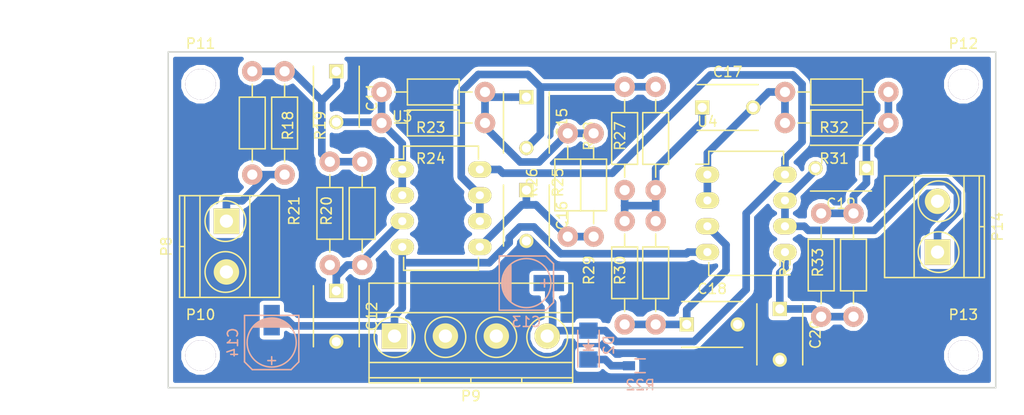
<source format=kicad_pcb>
(kicad_pcb (version 4) (host pcbnew 4.0.2-1.fc23-product)

  (general
    (links 63)
    (no_connects 0)
    (area 83.82 76.2 185.42 115.316)
    (thickness 1.6)
    (drawings 7)
    (tracks 164)
    (zones 0)
    (modules 37)
    (nets 18)
  )

  (page A4)
  (layers
    (0 F.Cu signal)
    (31 B.Cu signal)
    (32 B.Adhes user)
    (33 F.Adhes user)
    (34 B.Paste user)
    (35 F.Paste user)
    (36 B.SilkS user)
    (37 F.SilkS user)
    (38 B.Mask user)
    (39 F.Mask user)
    (40 Dwgs.User user)
    (41 Cmts.User user)
    (42 Eco1.User user)
    (43 Eco2.User user)
    (44 Edge.Cuts user)
    (45 Margin user)
    (46 B.CrtYd user)
    (47 F.CrtYd user)
    (48 B.Fab user)
    (49 F.Fab user)
  )

  (setup
    (last_trace_width 0.75)
    (trace_clearance 0.3)
    (zone_clearance 0.4)
    (zone_45_only no)
    (trace_min 0.2)
    (segment_width 0.2)
    (edge_width 0.15)
    (via_size 0.6)
    (via_drill 0.4)
    (via_min_size 0.4)
    (via_min_drill 0.3)
    (uvia_size 0.3)
    (uvia_drill 0.1)
    (uvias_allowed no)
    (uvia_min_size 0.2)
    (uvia_min_drill 0.1)
    (pcb_text_width 0.3)
    (pcb_text_size 1.5 1.5)
    (mod_edge_width 0.15)
    (mod_text_size 1 1)
    (mod_text_width 0.15)
    (pad_size 3.2 3.2)
    (pad_drill 3)
    (pad_to_mask_clearance 0.2)
    (aux_axis_origin 138.684 82.296)
    (grid_origin 137.16 81.788)
    (visible_elements FFFFFF7F)
    (pcbplotparams
      (layerselection 0x00030_80000001)
      (usegerberextensions false)
      (excludeedgelayer true)
      (linewidth 0.100000)
      (plotframeref false)
      (viasonmask false)
      (mode 1)
      (useauxorigin false)
      (hpglpennumber 1)
      (hpglpenspeed 20)
      (hpglpendiameter 15)
      (hpglpenoverlay 2)
      (psnegative false)
      (psa4output false)
      (plotreference true)
      (plotvalue true)
      (plotinvisibletext false)
      (padsonsilk false)
      (subtractmaskfromsilk false)
      (outputformat 1)
      (mirror false)
      (drillshape 0)
      (scaleselection 1)
      (outputdirectory ""))
  )

  (net 0 "")
  (net 1 GND)
  (net 2 VCC)
  (net 3 VEE)
  (net 4 "Net-(C11-Pad1)")
  (net 5 "Net-(C11-Pad2)")
  (net 6 "Net-(C12-Pad1)")
  (net 7 "Net-(C15-Pad1)")
  (net 8 "Net-(C15-Pad2)")
  (net 9 "Net-(C16-Pad1)")
  (net 10 "Net-(C17-Pad1)")
  (net 11 "Net-(C17-Pad2)")
  (net 12 "Net-(C18-Pad1)")
  (net 13 "Net-(C19-Pad1)")
  (net 14 "Net-(C19-Pad2)")
  (net 15 "Net-(C20-Pad1)")
  (net 16 "Net-(D2-Pad1)")
  (net 17 "Net-(P8-Pad1)")

  (net_class Default "This is the default net class."
    (clearance 0.3)
    (trace_width 0.75)
    (via_dia 0.6)
    (via_drill 0.4)
    (uvia_dia 0.3)
    (uvia_drill 0.1)
    (add_net GND)
    (add_net "Net-(C11-Pad1)")
    (add_net "Net-(C11-Pad2)")
    (add_net "Net-(C12-Pad1)")
    (add_net "Net-(C15-Pad1)")
    (add_net "Net-(C15-Pad2)")
    (add_net "Net-(C16-Pad1)")
    (add_net "Net-(C17-Pad1)")
    (add_net "Net-(C17-Pad2)")
    (add_net "Net-(C18-Pad1)")
    (add_net "Net-(C19-Pad1)")
    (add_net "Net-(C19-Pad2)")
    (add_net "Net-(C20-Pad1)")
    (add_net "Net-(D2-Pad1)")
    (add_net "Net-(P8-Pad1)")
    (add_net VCC)
    (add_net VEE)
  )

  (module Mounting_Holes:MountingHole_3mm (layer F.Cu) (tedit 0) (tstamp 57C4D08D)
    (at 179.07 109.22)
    (descr "Mounting hole, Befestigungsbohrung, 3mm, No Annular, Kein Restring,")
    (tags "Mounting hole, Befestigungsbohrung, 3mm, No Annular, Kein Restring,")
    (path /57C3C6E3)
    (fp_text reference P13 (at 0 -4.0005) (layer F.SilkS)
      (effects (font (size 1 1) (thickness 0.15)))
    )
    (fp_text value CONN_01X01 (at 1.00076 5.00126) (layer F.Fab)
      (effects (font (size 1 1) (thickness 0.15)))
    )
    (fp_circle (center 0 0) (end 3 0) (layer Cmts.User) (width 0.381))
    (pad 1 thru_hole circle (at 0 0) (size 3 3) (drill 3) (layers))
  )

  (module Capacitors_ThroughHole:C_Disc_D6_P5 (layer F.Cu) (tedit 0) (tstamp 57C393AC)
    (at 117.475 81.28 270)
    (descr "Capacitor 6mm Disc, Pitch 5mm")
    (tags Capacitor)
    (path /57C3C519)
    (fp_text reference C11 (at 2.5 -3.5 270) (layer F.SilkS)
      (effects (font (size 1 1) (thickness 0.15)))
    )
    (fp_text value C_Small (at 2.5 3.5 270) (layer F.Fab)
      (effects (font (size 1 1) (thickness 0.15)))
    )
    (fp_line (start -0.95 -2.5) (end 5.95 -2.5) (layer F.CrtYd) (width 0.05))
    (fp_line (start 5.95 -2.5) (end 5.95 2.5) (layer F.CrtYd) (width 0.05))
    (fp_line (start 5.95 2.5) (end -0.95 2.5) (layer F.CrtYd) (width 0.05))
    (fp_line (start -0.95 2.5) (end -0.95 -2.5) (layer F.CrtYd) (width 0.05))
    (fp_line (start -0.5 -2.25) (end 5.5 -2.25) (layer F.SilkS) (width 0.15))
    (fp_line (start 5.5 2.25) (end -0.5 2.25) (layer F.SilkS) (width 0.15))
    (pad 1 thru_hole rect (at 0 0 270) (size 1.4 1.4) (drill 0.9) (layers *.Cu *.Mask F.SilkS)
      (net 4 "Net-(C11-Pad1)"))
    (pad 2 thru_hole circle (at 5 0 270) (size 1.4 1.4) (drill 0.9) (layers *.Cu *.Mask F.SilkS)
      (net 5 "Net-(C11-Pad2)"))
    (model Capacitors_ThroughHole.3dshapes/C_Disc_D6_P5.wrl
      (at (xyz 0.0984252 0 0))
      (scale (xyz 1 1 1))
      (rotate (xyz 0 0 0))
    )
  )

  (module Capacitors_ThroughHole:C_Disc_D6_P5 (layer F.Cu) (tedit 0) (tstamp 57C393B2)
    (at 117.475 102.87 270)
    (descr "Capacitor 6mm Disc, Pitch 5mm")
    (tags Capacitor)
    (path /57C3C51F)
    (fp_text reference C12 (at 2.5 -3.5 270) (layer F.SilkS)
      (effects (font (size 1 1) (thickness 0.15)))
    )
    (fp_text value C_Small (at 2.5 3.5 270) (layer F.Fab)
      (effects (font (size 1 1) (thickness 0.15)))
    )
    (fp_line (start -0.95 -2.5) (end 5.95 -2.5) (layer F.CrtYd) (width 0.05))
    (fp_line (start 5.95 -2.5) (end 5.95 2.5) (layer F.CrtYd) (width 0.05))
    (fp_line (start 5.95 2.5) (end -0.95 2.5) (layer F.CrtYd) (width 0.05))
    (fp_line (start -0.95 2.5) (end -0.95 -2.5) (layer F.CrtYd) (width 0.05))
    (fp_line (start -0.5 -2.25) (end 5.5 -2.25) (layer F.SilkS) (width 0.15))
    (fp_line (start 5.5 2.25) (end -0.5 2.25) (layer F.SilkS) (width 0.15))
    (pad 1 thru_hole rect (at 0 0 270) (size 1.4 1.4) (drill 0.9) (layers *.Cu *.Mask F.SilkS)
      (net 6 "Net-(C12-Pad1)"))
    (pad 2 thru_hole circle (at 5 0 270) (size 1.4 1.4) (drill 0.9) (layers *.Cu *.Mask F.SilkS)
      (net 1 GND))
    (model Capacitors_ThroughHole.3dshapes/C_Disc_D6_P5.wrl
      (at (xyz 0.0984252 0 0))
      (scale (xyz 1 1 1))
      (rotate (xyz 0 0 0))
    )
  )

  (module Capacitors_SMD:c_elec_5x4.5 (layer B.Cu) (tedit 556FE015) (tstamp 57C393B8)
    (at 136.144 102.108)
    (descr "SMT capacitor, aluminium electrolytic, 5x4.5")
    (path /57C3C6A6)
    (attr smd)
    (fp_text reference C13 (at 0 3.81) (layer B.SilkS)
      (effects (font (size 1 1) (thickness 0.15)) (justify mirror))
    )
    (fp_text value CP (at 0 -3.81) (layer B.Fab)
      (effects (font (size 1 1) (thickness 0.15)) (justify mirror))
    )
    (fp_line (start -3.95 3) (end 3.95 3) (layer B.CrtYd) (width 0.05))
    (fp_line (start 3.95 3) (end 3.95 -3) (layer B.CrtYd) (width 0.05))
    (fp_line (start 3.95 -3) (end -3.95 -3) (layer B.CrtYd) (width 0.05))
    (fp_line (start -3.95 -3) (end -3.95 3) (layer B.CrtYd) (width 0.05))
    (fp_line (start -2.286 0.635) (end -2.286 -0.762) (layer B.SilkS) (width 0.15))
    (fp_line (start -2.159 0.889) (end -2.159 -0.889) (layer B.SilkS) (width 0.15))
    (fp_line (start -2.032 1.27) (end -2.032 -1.27) (layer B.SilkS) (width 0.15))
    (fp_line (start -1.905 -1.397) (end -1.905 1.397) (layer B.SilkS) (width 0.15))
    (fp_line (start -1.778 1.524) (end -1.778 -1.524) (layer B.SilkS) (width 0.15))
    (fp_line (start -1.651 -1.651) (end -1.651 1.651) (layer B.SilkS) (width 0.15))
    (fp_line (start -1.524 1.778) (end -1.524 -1.778) (layer B.SilkS) (width 0.15))
    (fp_line (start -2.667 2.667) (end 1.905 2.667) (layer B.SilkS) (width 0.15))
    (fp_line (start 1.905 2.667) (end 2.667 1.905) (layer B.SilkS) (width 0.15))
    (fp_line (start 2.667 1.905) (end 2.667 -1.905) (layer B.SilkS) (width 0.15))
    (fp_line (start 2.667 -1.905) (end 1.905 -2.667) (layer B.SilkS) (width 0.15))
    (fp_line (start 1.905 -2.667) (end -2.667 -2.667) (layer B.SilkS) (width 0.15))
    (fp_line (start -2.667 -2.667) (end -2.667 2.667) (layer B.SilkS) (width 0.15))
    (fp_line (start 2.159 0) (end 1.397 0) (layer B.SilkS) (width 0.15))
    (fp_line (start 1.778 0.381) (end 1.778 -0.381) (layer B.SilkS) (width 0.15))
    (fp_circle (center 0 0) (end -2.413 0) (layer B.SilkS) (width 0.15))
    (pad 1 smd rect (at 2.19964 0) (size 2.99974 1.6002) (layers B.Cu B.Paste B.Mask)
      (net 2 VCC))
    (pad 2 smd rect (at -2.19964 0) (size 2.99974 1.6002) (layers B.Cu B.Paste B.Mask)
      (net 1 GND))
    (model Capacitors_SMD.3dshapes/c_elec_5x4.5.wrl
      (at (xyz 0 0 0))
      (scale (xyz 1 1 1))
      (rotate (xyz 0 0 0))
    )
  )

  (module Capacitors_SMD:c_elec_5x4.5 (layer B.Cu) (tedit 556FE015) (tstamp 57C393BE)
    (at 111.125 107.95 270)
    (descr "SMT capacitor, aluminium electrolytic, 5x4.5")
    (path /57C3C6B8)
    (attr smd)
    (fp_text reference C14 (at 0 3.81 270) (layer B.SilkS)
      (effects (font (size 1 1) (thickness 0.15)) (justify mirror))
    )
    (fp_text value CP (at 0 -3.81 270) (layer B.Fab)
      (effects (font (size 1 1) (thickness 0.15)) (justify mirror))
    )
    (fp_line (start -3.95 3) (end 3.95 3) (layer B.CrtYd) (width 0.05))
    (fp_line (start 3.95 3) (end 3.95 -3) (layer B.CrtYd) (width 0.05))
    (fp_line (start 3.95 -3) (end -3.95 -3) (layer B.CrtYd) (width 0.05))
    (fp_line (start -3.95 -3) (end -3.95 3) (layer B.CrtYd) (width 0.05))
    (fp_line (start -2.286 0.635) (end -2.286 -0.762) (layer B.SilkS) (width 0.15))
    (fp_line (start -2.159 0.889) (end -2.159 -0.889) (layer B.SilkS) (width 0.15))
    (fp_line (start -2.032 1.27) (end -2.032 -1.27) (layer B.SilkS) (width 0.15))
    (fp_line (start -1.905 -1.397) (end -1.905 1.397) (layer B.SilkS) (width 0.15))
    (fp_line (start -1.778 1.524) (end -1.778 -1.524) (layer B.SilkS) (width 0.15))
    (fp_line (start -1.651 -1.651) (end -1.651 1.651) (layer B.SilkS) (width 0.15))
    (fp_line (start -1.524 1.778) (end -1.524 -1.778) (layer B.SilkS) (width 0.15))
    (fp_line (start -2.667 2.667) (end 1.905 2.667) (layer B.SilkS) (width 0.15))
    (fp_line (start 1.905 2.667) (end 2.667 1.905) (layer B.SilkS) (width 0.15))
    (fp_line (start 2.667 1.905) (end 2.667 -1.905) (layer B.SilkS) (width 0.15))
    (fp_line (start 2.667 -1.905) (end 1.905 -2.667) (layer B.SilkS) (width 0.15))
    (fp_line (start 1.905 -2.667) (end -2.667 -2.667) (layer B.SilkS) (width 0.15))
    (fp_line (start -2.667 -2.667) (end -2.667 2.667) (layer B.SilkS) (width 0.15))
    (fp_line (start 2.159 0) (end 1.397 0) (layer B.SilkS) (width 0.15))
    (fp_line (start 1.778 0.381) (end 1.778 -0.381) (layer B.SilkS) (width 0.15))
    (fp_circle (center 0 0) (end -2.413 0) (layer B.SilkS) (width 0.15))
    (pad 1 smd rect (at 2.19964 0 270) (size 2.99974 1.6002) (layers B.Cu B.Paste B.Mask)
      (net 1 GND))
    (pad 2 smd rect (at -2.19964 0 270) (size 2.99974 1.6002) (layers B.Cu B.Paste B.Mask)
      (net 3 VEE))
    (model Capacitors_SMD.3dshapes/c_elec_5x4.5.wrl
      (at (xyz 0 0 0))
      (scale (xyz 1 1 1))
      (rotate (xyz 0 0 0))
    )
  )

  (module Capacitors_ThroughHole:C_Disc_D6_P5 (layer F.Cu) (tedit 0) (tstamp 57C393C4)
    (at 136.144 83.82 270)
    (descr "Capacitor 6mm Disc, Pitch 5mm")
    (tags Capacitor)
    (path /57C3F17F)
    (fp_text reference C15 (at 2.5 -3.5 270) (layer F.SilkS)
      (effects (font (size 1 1) (thickness 0.15)))
    )
    (fp_text value C_Small (at 2.5 3.5 270) (layer F.Fab)
      (effects (font (size 1 1) (thickness 0.15)))
    )
    (fp_line (start -0.95 -2.5) (end 5.95 -2.5) (layer F.CrtYd) (width 0.05))
    (fp_line (start 5.95 -2.5) (end 5.95 2.5) (layer F.CrtYd) (width 0.05))
    (fp_line (start 5.95 2.5) (end -0.95 2.5) (layer F.CrtYd) (width 0.05))
    (fp_line (start -0.95 2.5) (end -0.95 -2.5) (layer F.CrtYd) (width 0.05))
    (fp_line (start -0.5 -2.25) (end 5.5 -2.25) (layer F.SilkS) (width 0.15))
    (fp_line (start 5.5 2.25) (end -0.5 2.25) (layer F.SilkS) (width 0.15))
    (pad 1 thru_hole rect (at 0 0 270) (size 1.4 1.4) (drill 0.9) (layers *.Cu *.Mask F.SilkS)
      (net 7 "Net-(C15-Pad1)"))
    (pad 2 thru_hole circle (at 5 0 270) (size 1.4 1.4) (drill 0.9) (layers *.Cu *.Mask F.SilkS)
      (net 8 "Net-(C15-Pad2)"))
    (model Capacitors_ThroughHole.3dshapes/C_Disc_D6_P5.wrl
      (at (xyz 0.0984252 0 0))
      (scale (xyz 1 1 1))
      (rotate (xyz 0 0 0))
    )
  )

  (module Capacitors_ThroughHole:C_Disc_D6_P5 (layer F.Cu) (tedit 0) (tstamp 57C393CA)
    (at 136.144 92.964 270)
    (descr "Capacitor 6mm Disc, Pitch 5mm")
    (tags Capacitor)
    (path /57C3F185)
    (fp_text reference C16 (at 2.5 -3.5 270) (layer F.SilkS)
      (effects (font (size 1 1) (thickness 0.15)))
    )
    (fp_text value C_Small (at 2.5 3.5 270) (layer F.Fab)
      (effects (font (size 1 1) (thickness 0.15)))
    )
    (fp_line (start -0.95 -2.5) (end 5.95 -2.5) (layer F.CrtYd) (width 0.05))
    (fp_line (start 5.95 -2.5) (end 5.95 2.5) (layer F.CrtYd) (width 0.05))
    (fp_line (start 5.95 2.5) (end -0.95 2.5) (layer F.CrtYd) (width 0.05))
    (fp_line (start -0.95 2.5) (end -0.95 -2.5) (layer F.CrtYd) (width 0.05))
    (fp_line (start -0.5 -2.25) (end 5.5 -2.25) (layer F.SilkS) (width 0.15))
    (fp_line (start 5.5 2.25) (end -0.5 2.25) (layer F.SilkS) (width 0.15))
    (pad 1 thru_hole rect (at 0 0 270) (size 1.4 1.4) (drill 0.9) (layers *.Cu *.Mask F.SilkS)
      (net 9 "Net-(C16-Pad1)"))
    (pad 2 thru_hole circle (at 5 0 270) (size 1.4 1.4) (drill 0.9) (layers *.Cu *.Mask F.SilkS)
      (net 1 GND))
    (model Capacitors_ThroughHole.3dshapes/C_Disc_D6_P5.wrl
      (at (xyz 0.0984252 0 0))
      (scale (xyz 1 1 1))
      (rotate (xyz 0 0 0))
    )
  )

  (module Capacitors_ThroughHole:C_Disc_D6_P5 (layer F.Cu) (tedit 0) (tstamp 57C393D0)
    (at 153.416 84.836)
    (descr "Capacitor 6mm Disc, Pitch 5mm")
    (tags Capacitor)
    (path /57C3F8D0)
    (fp_text reference C17 (at 2.5 -3.5) (layer F.SilkS)
      (effects (font (size 1 1) (thickness 0.15)))
    )
    (fp_text value C_Small (at 2.5 3.5) (layer F.Fab)
      (effects (font (size 1 1) (thickness 0.15)))
    )
    (fp_line (start -0.95 -2.5) (end 5.95 -2.5) (layer F.CrtYd) (width 0.05))
    (fp_line (start 5.95 -2.5) (end 5.95 2.5) (layer F.CrtYd) (width 0.05))
    (fp_line (start 5.95 2.5) (end -0.95 2.5) (layer F.CrtYd) (width 0.05))
    (fp_line (start -0.95 2.5) (end -0.95 -2.5) (layer F.CrtYd) (width 0.05))
    (fp_line (start -0.5 -2.25) (end 5.5 -2.25) (layer F.SilkS) (width 0.15))
    (fp_line (start 5.5 2.25) (end -0.5 2.25) (layer F.SilkS) (width 0.15))
    (pad 1 thru_hole rect (at 0 0) (size 1.4 1.4) (drill 0.9) (layers *.Cu *.Mask F.SilkS)
      (net 10 "Net-(C17-Pad1)"))
    (pad 2 thru_hole circle (at 5 0) (size 1.4 1.4) (drill 0.9) (layers *.Cu *.Mask F.SilkS)
      (net 11 "Net-(C17-Pad2)"))
    (model Capacitors_ThroughHole.3dshapes/C_Disc_D6_P5.wrl
      (at (xyz 0.0984252 0 0))
      (scale (xyz 1 1 1))
      (rotate (xyz 0 0 0))
    )
  )

  (module Capacitors_ThroughHole:C_Disc_D6_P5 (layer F.Cu) (tedit 0) (tstamp 57C393D6)
    (at 151.892 106.172)
    (descr "Capacitor 6mm Disc, Pitch 5mm")
    (tags Capacitor)
    (path /57C3F8D6)
    (fp_text reference C18 (at 2.5 -3.5) (layer F.SilkS)
      (effects (font (size 1 1) (thickness 0.15)))
    )
    (fp_text value C_Small (at 2.5 3.5) (layer F.Fab)
      (effects (font (size 1 1) (thickness 0.15)))
    )
    (fp_line (start -0.95 -2.5) (end 5.95 -2.5) (layer F.CrtYd) (width 0.05))
    (fp_line (start 5.95 -2.5) (end 5.95 2.5) (layer F.CrtYd) (width 0.05))
    (fp_line (start 5.95 2.5) (end -0.95 2.5) (layer F.CrtYd) (width 0.05))
    (fp_line (start -0.95 2.5) (end -0.95 -2.5) (layer F.CrtYd) (width 0.05))
    (fp_line (start -0.5 -2.25) (end 5.5 -2.25) (layer F.SilkS) (width 0.15))
    (fp_line (start 5.5 2.25) (end -0.5 2.25) (layer F.SilkS) (width 0.15))
    (pad 1 thru_hole rect (at 0 0) (size 1.4 1.4) (drill 0.9) (layers *.Cu *.Mask F.SilkS)
      (net 12 "Net-(C18-Pad1)"))
    (pad 2 thru_hole circle (at 5 0) (size 1.4 1.4) (drill 0.9) (layers *.Cu *.Mask F.SilkS)
      (net 1 GND))
    (model Capacitors_ThroughHole.3dshapes/C_Disc_D6_P5.wrl
      (at (xyz 0.0984252 0 0))
      (scale (xyz 1 1 1))
      (rotate (xyz 0 0 0))
    )
  )

  (module Capacitors_ThroughHole:C_Disc_D6_P5 (layer F.Cu) (tedit 0) (tstamp 57C393DC)
    (at 169.545 90.805 180)
    (descr "Capacitor 6mm Disc, Pitch 5mm")
    (tags Capacitor)
    (path /57C3FD89)
    (fp_text reference C19 (at 2.5 -3.5 180) (layer F.SilkS)
      (effects (font (size 1 1) (thickness 0.15)))
    )
    (fp_text value C_Small (at 2.5 3.5 180) (layer F.Fab)
      (effects (font (size 1 1) (thickness 0.15)))
    )
    (fp_line (start -0.95 -2.5) (end 5.95 -2.5) (layer F.CrtYd) (width 0.05))
    (fp_line (start 5.95 -2.5) (end 5.95 2.5) (layer F.CrtYd) (width 0.05))
    (fp_line (start 5.95 2.5) (end -0.95 2.5) (layer F.CrtYd) (width 0.05))
    (fp_line (start -0.95 2.5) (end -0.95 -2.5) (layer F.CrtYd) (width 0.05))
    (fp_line (start -0.5 -2.25) (end 5.5 -2.25) (layer F.SilkS) (width 0.15))
    (fp_line (start 5.5 2.25) (end -0.5 2.25) (layer F.SilkS) (width 0.15))
    (pad 1 thru_hole rect (at 0 0 180) (size 1.4 1.4) (drill 0.9) (layers *.Cu *.Mask F.SilkS)
      (net 13 "Net-(C19-Pad1)"))
    (pad 2 thru_hole circle (at 5 0 180) (size 1.4 1.4) (drill 0.9) (layers *.Cu *.Mask F.SilkS)
      (net 14 "Net-(C19-Pad2)"))
    (model Capacitors_ThroughHole.3dshapes/C_Disc_D6_P5.wrl
      (at (xyz 0.0984252 0 0))
      (scale (xyz 1 1 1))
      (rotate (xyz 0 0 0))
    )
  )

  (module Capacitors_ThroughHole:C_Disc_D6_P5 (layer F.Cu) (tedit 0) (tstamp 57C393E2)
    (at 161.036 104.648 270)
    (descr "Capacitor 6mm Disc, Pitch 5mm")
    (tags Capacitor)
    (path /57C3FD8F)
    (fp_text reference C20 (at 2.5 -3.5 270) (layer F.SilkS)
      (effects (font (size 1 1) (thickness 0.15)))
    )
    (fp_text value C_Small (at 2.5 3.5 270) (layer F.Fab)
      (effects (font (size 1 1) (thickness 0.15)))
    )
    (fp_line (start -0.95 -2.5) (end 5.95 -2.5) (layer F.CrtYd) (width 0.05))
    (fp_line (start 5.95 -2.5) (end 5.95 2.5) (layer F.CrtYd) (width 0.05))
    (fp_line (start 5.95 2.5) (end -0.95 2.5) (layer F.CrtYd) (width 0.05))
    (fp_line (start -0.95 2.5) (end -0.95 -2.5) (layer F.CrtYd) (width 0.05))
    (fp_line (start -0.5 -2.25) (end 5.5 -2.25) (layer F.SilkS) (width 0.15))
    (fp_line (start 5.5 2.25) (end -0.5 2.25) (layer F.SilkS) (width 0.15))
    (pad 1 thru_hole rect (at 0 0 270) (size 1.4 1.4) (drill 0.9) (layers *.Cu *.Mask F.SilkS)
      (net 15 "Net-(C20-Pad1)"))
    (pad 2 thru_hole circle (at 5 0 270) (size 1.4 1.4) (drill 0.9) (layers *.Cu *.Mask F.SilkS)
      (net 1 GND))
    (model Capacitors_ThroughHole.3dshapes/C_Disc_D6_P5.wrl
      (at (xyz 0.0984252 0 0))
      (scale (xyz 1 1 1))
      (rotate (xyz 0 0 0))
    )
  )

  (module Terminal_Blocks:TerminalBlock_Pheonix_MKDS1.5-2pol (layer F.Cu) (tedit 563007E4) (tstamp 57C393EE)
    (at 106.68 96.012 270)
    (descr "2-way 5mm pitch terminal block, Phoenix MKDS series")
    (path /57C3C5C2)
    (fp_text reference P8 (at 2.5 5.9 270) (layer F.SilkS)
      (effects (font (size 1 1) (thickness 0.15)))
    )
    (fp_text value CONN_01X02 (at 2.5 -6.6 270) (layer F.Fab)
      (effects (font (size 1 1) (thickness 0.15)))
    )
    (fp_line (start -2.7 -5.4) (end 7.7 -5.4) (layer F.CrtYd) (width 0.05))
    (fp_line (start -2.7 4.8) (end -2.7 -5.4) (layer F.CrtYd) (width 0.05))
    (fp_line (start 7.7 4.8) (end -2.7 4.8) (layer F.CrtYd) (width 0.05))
    (fp_line (start 7.7 -5.4) (end 7.7 4.8) (layer F.CrtYd) (width 0.05))
    (fp_line (start 2.5 4.1) (end 2.5 4.6) (layer F.SilkS) (width 0.15))
    (fp_circle (center 5 0.1) (end 3 0.1) (layer F.SilkS) (width 0.15))
    (fp_circle (center 0 0.1) (end 2 0.1) (layer F.SilkS) (width 0.15))
    (fp_line (start -2.5 2.6) (end 7.5 2.6) (layer F.SilkS) (width 0.15))
    (fp_line (start -2.5 -2.3) (end 7.5 -2.3) (layer F.SilkS) (width 0.15))
    (fp_line (start -2.5 4.1) (end 7.5 4.1) (layer F.SilkS) (width 0.15))
    (fp_line (start -2.5 4.6) (end 7.5 4.6) (layer F.SilkS) (width 0.15))
    (fp_line (start 7.5 4.6) (end 7.5 -5.2) (layer F.SilkS) (width 0.15))
    (fp_line (start 7.5 -5.2) (end -2.5 -5.2) (layer F.SilkS) (width 0.15))
    (fp_line (start -2.5 -5.2) (end -2.5 4.6) (layer F.SilkS) (width 0.15))
    (pad 1 thru_hole rect (at 0 0 270) (size 2.5 2.5) (drill 1.3) (layers *.Cu *.Mask F.SilkS)
      (net 17 "Net-(P8-Pad1)"))
    (pad 2 thru_hole circle (at 5 0 270) (size 2.5 2.5) (drill 1.3) (layers *.Cu *.Mask F.SilkS)
      (net 1 GND))
    (model Terminal_Blocks.3dshapes/TerminalBlock_Pheonix_MKDS1.5-2pol.wrl
      (at (xyz 0.0984 0 0))
      (scale (xyz 1 1 1))
      (rotate (xyz 0 0 0))
    )
  )

  (module Terminal_Blocks:TerminalBlock_Pheonix_MKDS1.5-4pol (layer F.Cu) (tedit 56300847) (tstamp 57C393F6)
    (at 123.19 107.315)
    (descr "4-way 5mm pitch terminal block, Phoenix MKDS series")
    (path /57C3C6F2)
    (fp_text reference P9 (at 7.5 5.9) (layer F.SilkS)
      (effects (font (size 1 1) (thickness 0.15)))
    )
    (fp_text value CONN_01X04 (at 7.5 -6.6) (layer F.Fab)
      (effects (font (size 1 1) (thickness 0.15)))
    )
    (fp_line (start -2.7 -5.4) (end 17.7 -5.4) (layer F.CrtYd) (width 0.05))
    (fp_line (start -2.7 4.8) (end -2.7 -5.4) (layer F.CrtYd) (width 0.05))
    (fp_line (start 17.7 4.8) (end -2.7 4.8) (layer F.CrtYd) (width 0.05))
    (fp_line (start 17.7 -5.4) (end 17.7 4.8) (layer F.CrtYd) (width 0.05))
    (fp_line (start 12.5 4.1) (end 12.5 4.6) (layer F.SilkS) (width 0.15))
    (fp_circle (center 15 0.1) (end 13 0.1) (layer F.SilkS) (width 0.15))
    (fp_circle (center 10 0.1) (end 8 0.1) (layer F.SilkS) (width 0.15))
    (fp_line (start 7.5 4.1) (end 7.5 4.6) (layer F.SilkS) (width 0.15))
    (fp_line (start 2.5 4.1) (end 2.5 4.6) (layer F.SilkS) (width 0.15))
    (fp_circle (center 5 0.1) (end 3 0.1) (layer F.SilkS) (width 0.15))
    (fp_circle (center 0 0.1) (end 2 0.1) (layer F.SilkS) (width 0.15))
    (fp_line (start -2.5 2.6) (end 17.5 2.6) (layer F.SilkS) (width 0.15))
    (fp_line (start -2.5 -2.3) (end 17.5 -2.3) (layer F.SilkS) (width 0.15))
    (fp_line (start -2.5 4.1) (end 17.5 4.1) (layer F.SilkS) (width 0.15))
    (fp_line (start -2.5 4.6) (end 17.5 4.6) (layer F.SilkS) (width 0.15))
    (fp_line (start 17.5 4.6) (end 17.5 -5.2) (layer F.SilkS) (width 0.15))
    (fp_line (start 17.5 -5.2) (end -2.5 -5.2) (layer F.SilkS) (width 0.15))
    (fp_line (start -2.5 -5.2) (end -2.5 4.6) (layer F.SilkS) (width 0.15))
    (pad 4 thru_hole circle (at 15 0) (size 2.5 2.5) (drill 1.3) (layers *.Cu *.Mask F.SilkS)
      (net 2 VCC))
    (pad 3 thru_hole circle (at 10 0) (size 2.5 2.5) (drill 1.3) (layers *.Cu *.Mask F.SilkS)
      (net 1 GND))
    (pad 1 thru_hole rect (at 0 0) (size 2.5 2.5) (drill 1.3) (layers *.Cu *.Mask F.SilkS)
      (net 3 VEE))
    (pad 2 thru_hole circle (at 5 0) (size 2.5 2.5) (drill 1.3) (layers *.Cu *.Mask F.SilkS)
      (net 1 GND))
    (model Terminal_Blocks.3dshapes/TerminalBlock_Pheonix_MKDS1.5-4pol.wrl
      (at (xyz 0.2953 0 0))
      (scale (xyz 1 1 1))
      (rotate (xyz 0 0 0))
    )
  )

  (module Terminal_Blocks:TerminalBlock_Pheonix_MKDS1.5-2pol (layer F.Cu) (tedit 563007E4) (tstamp 57C39410)
    (at 176.53 99.06 90)
    (descr "2-way 5mm pitch terminal block, Phoenix MKDS series")
    (path /57C3C5CE)
    (fp_text reference P14 (at 2.5 5.9 90) (layer F.SilkS)
      (effects (font (size 1 1) (thickness 0.15)))
    )
    (fp_text value CONN_01X02 (at 2.5 -6.6 90) (layer F.Fab)
      (effects (font (size 1 1) (thickness 0.15)))
    )
    (fp_line (start -2.7 -5.4) (end 7.7 -5.4) (layer F.CrtYd) (width 0.05))
    (fp_line (start -2.7 4.8) (end -2.7 -5.4) (layer F.CrtYd) (width 0.05))
    (fp_line (start 7.7 4.8) (end -2.7 4.8) (layer F.CrtYd) (width 0.05))
    (fp_line (start 7.7 -5.4) (end 7.7 4.8) (layer F.CrtYd) (width 0.05))
    (fp_line (start 2.5 4.1) (end 2.5 4.6) (layer F.SilkS) (width 0.15))
    (fp_circle (center 5 0.1) (end 3 0.1) (layer F.SilkS) (width 0.15))
    (fp_circle (center 0 0.1) (end 2 0.1) (layer F.SilkS) (width 0.15))
    (fp_line (start -2.5 2.6) (end 7.5 2.6) (layer F.SilkS) (width 0.15))
    (fp_line (start -2.5 -2.3) (end 7.5 -2.3) (layer F.SilkS) (width 0.15))
    (fp_line (start -2.5 4.1) (end 7.5 4.1) (layer F.SilkS) (width 0.15))
    (fp_line (start -2.5 4.6) (end 7.5 4.6) (layer F.SilkS) (width 0.15))
    (fp_line (start 7.5 4.6) (end 7.5 -5.2) (layer F.SilkS) (width 0.15))
    (fp_line (start 7.5 -5.2) (end -2.5 -5.2) (layer F.SilkS) (width 0.15))
    (fp_line (start -2.5 -5.2) (end -2.5 4.6) (layer F.SilkS) (width 0.15))
    (pad 1 thru_hole rect (at 0 0 90) (size 2.5 2.5) (drill 1.3) (layers *.Cu *.Mask F.SilkS)
      (net 14 "Net-(C19-Pad2)"))
    (pad 2 thru_hole circle (at 5 0 90) (size 2.5 2.5) (drill 1.3) (layers *.Cu *.Mask F.SilkS)
      (net 1 GND))
    (model Terminal_Blocks.3dshapes/TerminalBlock_Pheonix_MKDS1.5-2pol.wrl
      (at (xyz 0.0984 0 0))
      (scale (xyz 1 1 1))
      (rotate (xyz 0 0 0))
    )
  )

  (module Resistors_ThroughHole:Resistor_Horizontal_RM10mm (layer F.Cu) (tedit 53F56209) (tstamp 57C39416)
    (at 109.22 86.36 270)
    (descr "Resistor, Axial,  RM 10mm, 1/3W,")
    (tags "Resistor, Axial, RM 10mm, 1/3W,")
    (path /57C3C525)
    (fp_text reference R18 (at 0.24892 -3.50012 270) (layer F.SilkS)
      (effects (font (size 1 1) (thickness 0.15)))
    )
    (fp_text value R (at 3.81 3.81 270) (layer F.Fab)
      (effects (font (size 1 1) (thickness 0.15)))
    )
    (fp_line (start -2.54 -1.27) (end 2.54 -1.27) (layer F.SilkS) (width 0.15))
    (fp_line (start 2.54 -1.27) (end 2.54 1.27) (layer F.SilkS) (width 0.15))
    (fp_line (start 2.54 1.27) (end -2.54 1.27) (layer F.SilkS) (width 0.15))
    (fp_line (start -2.54 1.27) (end -2.54 -1.27) (layer F.SilkS) (width 0.15))
    (fp_line (start -2.54 0) (end -3.81 0) (layer F.SilkS) (width 0.15))
    (fp_line (start 2.54 0) (end 3.81 0) (layer F.SilkS) (width 0.15))
    (pad 1 thru_hole circle (at -5.08 0 270) (size 1.99898 1.99898) (drill 1.00076) (layers *.Cu *.SilkS *.Mask)
      (net 4 "Net-(C11-Pad1)"))
    (pad 2 thru_hole circle (at 5.08 0 270) (size 1.99898 1.99898) (drill 1.00076) (layers *.Cu *.SilkS *.Mask)
      (net 17 "Net-(P8-Pad1)"))
    (model Resistors_ThroughHole.3dshapes/Resistor_Horizontal_RM10mm.wrl
      (at (xyz 0 0 0))
      (scale (xyz 0.4 0.4 0.4))
      (rotate (xyz 0 0 0))
    )
  )

  (module Resistors_ThroughHole:Resistor_Horizontal_RM10mm (layer F.Cu) (tedit 53F56209) (tstamp 57C3941C)
    (at 112.395 86.36 270)
    (descr "Resistor, Axial,  RM 10mm, 1/3W,")
    (tags "Resistor, Axial, RM 10mm, 1/3W,")
    (path /57C3C52B)
    (fp_text reference R19 (at 0.24892 -3.50012 270) (layer F.SilkS)
      (effects (font (size 1 1) (thickness 0.15)))
    )
    (fp_text value R (at 3.81 3.81 270) (layer F.Fab)
      (effects (font (size 1 1) (thickness 0.15)))
    )
    (fp_line (start -2.54 -1.27) (end 2.54 -1.27) (layer F.SilkS) (width 0.15))
    (fp_line (start 2.54 -1.27) (end 2.54 1.27) (layer F.SilkS) (width 0.15))
    (fp_line (start 2.54 1.27) (end -2.54 1.27) (layer F.SilkS) (width 0.15))
    (fp_line (start -2.54 1.27) (end -2.54 -1.27) (layer F.SilkS) (width 0.15))
    (fp_line (start -2.54 0) (end -3.81 0) (layer F.SilkS) (width 0.15))
    (fp_line (start 2.54 0) (end 3.81 0) (layer F.SilkS) (width 0.15))
    (pad 1 thru_hole circle (at -5.08 0 270) (size 1.99898 1.99898) (drill 1.00076) (layers *.Cu *.SilkS *.Mask)
      (net 4 "Net-(C11-Pad1)"))
    (pad 2 thru_hole circle (at 5.08 0 270) (size 1.99898 1.99898) (drill 1.00076) (layers *.Cu *.SilkS *.Mask)
      (net 17 "Net-(P8-Pad1)"))
    (model Resistors_ThroughHole.3dshapes/Resistor_Horizontal_RM10mm.wrl
      (at (xyz 0 0 0))
      (scale (xyz 0.4 0.4 0.4))
      (rotate (xyz 0 0 0))
    )
  )

  (module Resistors_ThroughHole:Resistor_Horizontal_RM10mm (layer F.Cu) (tedit 53F56209) (tstamp 57C39422)
    (at 120.015 95.25 90)
    (descr "Resistor, Axial,  RM 10mm, 1/3W,")
    (tags "Resistor, Axial, RM 10mm, 1/3W,")
    (path /57C3C513)
    (fp_text reference R20 (at 0.24892 -3.50012 90) (layer F.SilkS)
      (effects (font (size 1 1) (thickness 0.15)))
    )
    (fp_text value R (at 3.81 3.81 90) (layer F.Fab)
      (effects (font (size 1 1) (thickness 0.15)))
    )
    (fp_line (start -2.54 -1.27) (end 2.54 -1.27) (layer F.SilkS) (width 0.15))
    (fp_line (start 2.54 -1.27) (end 2.54 1.27) (layer F.SilkS) (width 0.15))
    (fp_line (start 2.54 1.27) (end -2.54 1.27) (layer F.SilkS) (width 0.15))
    (fp_line (start -2.54 1.27) (end -2.54 -1.27) (layer F.SilkS) (width 0.15))
    (fp_line (start -2.54 0) (end -3.81 0) (layer F.SilkS) (width 0.15))
    (fp_line (start 2.54 0) (end 3.81 0) (layer F.SilkS) (width 0.15))
    (pad 1 thru_hole circle (at -5.08 0 90) (size 1.99898 1.99898) (drill 1.00076) (layers *.Cu *.SilkS *.Mask)
      (net 6 "Net-(C12-Pad1)"))
    (pad 2 thru_hole circle (at 5.08 0 90) (size 1.99898 1.99898) (drill 1.00076) (layers *.Cu *.SilkS *.Mask)
      (net 4 "Net-(C11-Pad1)"))
    (model Resistors_ThroughHole.3dshapes/Resistor_Horizontal_RM10mm.wrl
      (at (xyz 0 0 0))
      (scale (xyz 0.4 0.4 0.4))
      (rotate (xyz 0 0 0))
    )
  )

  (module Resistors_ThroughHole:Resistor_Horizontal_RM10mm (layer F.Cu) (tedit 53F56209) (tstamp 57C39428)
    (at 116.84 95.25 90)
    (descr "Resistor, Axial,  RM 10mm, 1/3W,")
    (tags "Resistor, Axial, RM 10mm, 1/3W,")
    (path /57C3C50D)
    (fp_text reference R21 (at 0.24892 -3.50012 90) (layer F.SilkS)
      (effects (font (size 1 1) (thickness 0.15)))
    )
    (fp_text value R (at 3.81 3.81 90) (layer F.Fab)
      (effects (font (size 1 1) (thickness 0.15)))
    )
    (fp_line (start -2.54 -1.27) (end 2.54 -1.27) (layer F.SilkS) (width 0.15))
    (fp_line (start 2.54 -1.27) (end 2.54 1.27) (layer F.SilkS) (width 0.15))
    (fp_line (start 2.54 1.27) (end -2.54 1.27) (layer F.SilkS) (width 0.15))
    (fp_line (start -2.54 1.27) (end -2.54 -1.27) (layer F.SilkS) (width 0.15))
    (fp_line (start -2.54 0) (end -3.81 0) (layer F.SilkS) (width 0.15))
    (fp_line (start 2.54 0) (end 3.81 0) (layer F.SilkS) (width 0.15))
    (pad 1 thru_hole circle (at -5.08 0 90) (size 1.99898 1.99898) (drill 1.00076) (layers *.Cu *.SilkS *.Mask)
      (net 6 "Net-(C12-Pad1)"))
    (pad 2 thru_hole circle (at 5.08 0 90) (size 1.99898 1.99898) (drill 1.00076) (layers *.Cu *.SilkS *.Mask)
      (net 4 "Net-(C11-Pad1)"))
    (model Resistors_ThroughHole.3dshapes/Resistor_Horizontal_RM10mm.wrl
      (at (xyz 0 0 0))
      (scale (xyz 0.4 0.4 0.4))
      (rotate (xyz 0 0 0))
    )
  )

  (module Resistors_ThroughHole:Resistor_Horizontal_RM10mm (layer F.Cu) (tedit 53F56209) (tstamp 57C39434)
    (at 127 83.312 180)
    (descr "Resistor, Axial,  RM 10mm, 1/3W,")
    (tags "Resistor, Axial, RM 10mm, 1/3W,")
    (path /57C3F18B)
    (fp_text reference R23 (at 0.24892 -3.50012 180) (layer F.SilkS)
      (effects (font (size 1 1) (thickness 0.15)))
    )
    (fp_text value R (at 3.81 3.81 180) (layer F.Fab)
      (effects (font (size 1 1) (thickness 0.15)))
    )
    (fp_line (start -2.54 -1.27) (end 2.54 -1.27) (layer F.SilkS) (width 0.15))
    (fp_line (start 2.54 -1.27) (end 2.54 1.27) (layer F.SilkS) (width 0.15))
    (fp_line (start 2.54 1.27) (end -2.54 1.27) (layer F.SilkS) (width 0.15))
    (fp_line (start -2.54 1.27) (end -2.54 -1.27) (layer F.SilkS) (width 0.15))
    (fp_line (start -2.54 0) (end -3.81 0) (layer F.SilkS) (width 0.15))
    (fp_line (start 2.54 0) (end 3.81 0) (layer F.SilkS) (width 0.15))
    (pad 1 thru_hole circle (at -5.08 0 180) (size 1.99898 1.99898) (drill 1.00076) (layers *.Cu *.SilkS *.Mask)
      (net 7 "Net-(C15-Pad1)"))
    (pad 2 thru_hole circle (at 5.08 0 180) (size 1.99898 1.99898) (drill 1.00076) (layers *.Cu *.SilkS *.Mask)
      (net 5 "Net-(C11-Pad2)"))
    (model Resistors_ThroughHole.3dshapes/Resistor_Horizontal_RM10mm.wrl
      (at (xyz 0 0 0))
      (scale (xyz 0.4 0.4 0.4))
      (rotate (xyz 0 0 0))
    )
  )

  (module Resistors_ThroughHole:Resistor_Horizontal_RM10mm (layer F.Cu) (tedit 53F56209) (tstamp 57C3943A)
    (at 127 86.36 180)
    (descr "Resistor, Axial,  RM 10mm, 1/3W,")
    (tags "Resistor, Axial, RM 10mm, 1/3W,")
    (path /57C3F191)
    (fp_text reference R24 (at 0.24892 -3.50012 180) (layer F.SilkS)
      (effects (font (size 1 1) (thickness 0.15)))
    )
    (fp_text value R (at 3.81 3.81 180) (layer F.Fab)
      (effects (font (size 1 1) (thickness 0.15)))
    )
    (fp_line (start -2.54 -1.27) (end 2.54 -1.27) (layer F.SilkS) (width 0.15))
    (fp_line (start 2.54 -1.27) (end 2.54 1.27) (layer F.SilkS) (width 0.15))
    (fp_line (start 2.54 1.27) (end -2.54 1.27) (layer F.SilkS) (width 0.15))
    (fp_line (start -2.54 1.27) (end -2.54 -1.27) (layer F.SilkS) (width 0.15))
    (fp_line (start -2.54 0) (end -3.81 0) (layer F.SilkS) (width 0.15))
    (fp_line (start 2.54 0) (end 3.81 0) (layer F.SilkS) (width 0.15))
    (pad 1 thru_hole circle (at -5.08 0 180) (size 1.99898 1.99898) (drill 1.00076) (layers *.Cu *.SilkS *.Mask)
      (net 7 "Net-(C15-Pad1)"))
    (pad 2 thru_hole circle (at 5.08 0 180) (size 1.99898 1.99898) (drill 1.00076) (layers *.Cu *.SilkS *.Mask)
      (net 5 "Net-(C11-Pad2)"))
    (model Resistors_ThroughHole.3dshapes/Resistor_Horizontal_RM10mm.wrl
      (at (xyz 0 0 0))
      (scale (xyz 0.4 0.4 0.4))
      (rotate (xyz 0 0 0))
    )
  )

  (module Resistors_ThroughHole:Resistor_Horizontal_RM10mm (layer F.Cu) (tedit 53F56209) (tstamp 57C39446)
    (at 140.208 92.456 90)
    (descr "Resistor, Axial,  RM 10mm, 1/3W,")
    (tags "Resistor, Axial, RM 10mm, 1/3W,")
    (path /57C3F173)
    (fp_text reference R26 (at 0.24892 -3.50012 90) (layer F.SilkS)
      (effects (font (size 1 1) (thickness 0.15)))
    )
    (fp_text value R (at 3.81 3.81 90) (layer F.Fab)
      (effects (font (size 1 1) (thickness 0.15)))
    )
    (fp_line (start -2.54 -1.27) (end 2.54 -1.27) (layer F.SilkS) (width 0.15))
    (fp_line (start 2.54 -1.27) (end 2.54 1.27) (layer F.SilkS) (width 0.15))
    (fp_line (start 2.54 1.27) (end -2.54 1.27) (layer F.SilkS) (width 0.15))
    (fp_line (start -2.54 1.27) (end -2.54 -1.27) (layer F.SilkS) (width 0.15))
    (fp_line (start -2.54 0) (end -3.81 0) (layer F.SilkS) (width 0.15))
    (fp_line (start 2.54 0) (end 3.81 0) (layer F.SilkS) (width 0.15))
    (pad 1 thru_hole circle (at -5.08 0 90) (size 1.99898 1.99898) (drill 1.00076) (layers *.Cu *.SilkS *.Mask)
      (net 9 "Net-(C16-Pad1)"))
    (pad 2 thru_hole circle (at 5.08 0 90) (size 1.99898 1.99898) (drill 1.00076) (layers *.Cu *.SilkS *.Mask)
      (net 7 "Net-(C15-Pad1)"))
    (model Resistors_ThroughHole.3dshapes/Resistor_Horizontal_RM10mm.wrl
      (at (xyz 0 0 0))
      (scale (xyz 0.4 0.4 0.4))
      (rotate (xyz 0 0 0))
    )
  )

  (module Resistors_ThroughHole:Resistor_Horizontal_RM10mm (layer F.Cu) (tedit 53F56209) (tstamp 57C3944C)
    (at 148.844 87.884 90)
    (descr "Resistor, Axial,  RM 10mm, 1/3W,")
    (tags "Resistor, Axial, RM 10mm, 1/3W,")
    (path /57C3F8DC)
    (fp_text reference R27 (at 0.24892 -3.50012 90) (layer F.SilkS)
      (effects (font (size 1 1) (thickness 0.15)))
    )
    (fp_text value R (at 3.81 3.81 90) (layer F.Fab)
      (effects (font (size 1 1) (thickness 0.15)))
    )
    (fp_line (start -2.54 -1.27) (end 2.54 -1.27) (layer F.SilkS) (width 0.15))
    (fp_line (start 2.54 -1.27) (end 2.54 1.27) (layer F.SilkS) (width 0.15))
    (fp_line (start 2.54 1.27) (end -2.54 1.27) (layer F.SilkS) (width 0.15))
    (fp_line (start -2.54 1.27) (end -2.54 -1.27) (layer F.SilkS) (width 0.15))
    (fp_line (start -2.54 0) (end -3.81 0) (layer F.SilkS) (width 0.15))
    (fp_line (start 2.54 0) (end 3.81 0) (layer F.SilkS) (width 0.15))
    (pad 1 thru_hole circle (at -5.08 0 90) (size 1.99898 1.99898) (drill 1.00076) (layers *.Cu *.SilkS *.Mask)
      (net 10 "Net-(C17-Pad1)"))
    (pad 2 thru_hole circle (at 5.08 0 90) (size 1.99898 1.99898) (drill 1.00076) (layers *.Cu *.SilkS *.Mask)
      (net 8 "Net-(C15-Pad2)"))
    (model Resistors_ThroughHole.3dshapes/Resistor_Horizontal_RM10mm.wrl
      (at (xyz 0 0 0))
      (scale (xyz 0.4 0.4 0.4))
      (rotate (xyz 0 0 0))
    )
  )

  (module Resistors_ThroughHole:Resistor_Horizontal_RM10mm (layer F.Cu) (tedit 53F56209) (tstamp 57C39452)
    (at 145.796 87.884 90)
    (descr "Resistor, Axial,  RM 10mm, 1/3W,")
    (tags "Resistor, Axial, RM 10mm, 1/3W,")
    (path /57C3F8E2)
    (fp_text reference R28 (at 0.24892 -3.50012 90) (layer F.SilkS)
      (effects (font (size 1 1) (thickness 0.15)))
    )
    (fp_text value R (at 3.81 3.81 90) (layer F.Fab)
      (effects (font (size 1 1) (thickness 0.15)))
    )
    (fp_line (start -2.54 -1.27) (end 2.54 -1.27) (layer F.SilkS) (width 0.15))
    (fp_line (start 2.54 -1.27) (end 2.54 1.27) (layer F.SilkS) (width 0.15))
    (fp_line (start 2.54 1.27) (end -2.54 1.27) (layer F.SilkS) (width 0.15))
    (fp_line (start -2.54 1.27) (end -2.54 -1.27) (layer F.SilkS) (width 0.15))
    (fp_line (start -2.54 0) (end -3.81 0) (layer F.SilkS) (width 0.15))
    (fp_line (start 2.54 0) (end 3.81 0) (layer F.SilkS) (width 0.15))
    (pad 1 thru_hole circle (at -5.08 0 90) (size 1.99898 1.99898) (drill 1.00076) (layers *.Cu *.SilkS *.Mask)
      (net 10 "Net-(C17-Pad1)"))
    (pad 2 thru_hole circle (at 5.08 0 90) (size 1.99898 1.99898) (drill 1.00076) (layers *.Cu *.SilkS *.Mask)
      (net 8 "Net-(C15-Pad2)"))
    (model Resistors_ThroughHole.3dshapes/Resistor_Horizontal_RM10mm.wrl
      (at (xyz 0 0 0))
      (scale (xyz 0.4 0.4 0.4))
      (rotate (xyz 0 0 0))
    )
  )

  (module Resistors_ThroughHole:Resistor_Horizontal_RM10mm (layer F.Cu) (tedit 53F56209) (tstamp 57C39458)
    (at 145.796 101.092 90)
    (descr "Resistor, Axial,  RM 10mm, 1/3W,")
    (tags "Resistor, Axial, RM 10mm, 1/3W,")
    (path /57C3F8CA)
    (fp_text reference R29 (at 0.24892 -3.50012 90) (layer F.SilkS)
      (effects (font (size 1 1) (thickness 0.15)))
    )
    (fp_text value R (at 3.81 3.81 90) (layer F.Fab)
      (effects (font (size 1 1) (thickness 0.15)))
    )
    (fp_line (start -2.54 -1.27) (end 2.54 -1.27) (layer F.SilkS) (width 0.15))
    (fp_line (start 2.54 -1.27) (end 2.54 1.27) (layer F.SilkS) (width 0.15))
    (fp_line (start 2.54 1.27) (end -2.54 1.27) (layer F.SilkS) (width 0.15))
    (fp_line (start -2.54 1.27) (end -2.54 -1.27) (layer F.SilkS) (width 0.15))
    (fp_line (start -2.54 0) (end -3.81 0) (layer F.SilkS) (width 0.15))
    (fp_line (start 2.54 0) (end 3.81 0) (layer F.SilkS) (width 0.15))
    (pad 1 thru_hole circle (at -5.08 0 90) (size 1.99898 1.99898) (drill 1.00076) (layers *.Cu *.SilkS *.Mask)
      (net 12 "Net-(C18-Pad1)"))
    (pad 2 thru_hole circle (at 5.08 0 90) (size 1.99898 1.99898) (drill 1.00076) (layers *.Cu *.SilkS *.Mask)
      (net 10 "Net-(C17-Pad1)"))
    (model Resistors_ThroughHole.3dshapes/Resistor_Horizontal_RM10mm.wrl
      (at (xyz 0 0 0))
      (scale (xyz 0.4 0.4 0.4))
      (rotate (xyz 0 0 0))
    )
  )

  (module Resistors_ThroughHole:Resistor_Horizontal_RM10mm (layer F.Cu) (tedit 53F56209) (tstamp 57C3945E)
    (at 148.844 101.092 90)
    (descr "Resistor, Axial,  RM 10mm, 1/3W,")
    (tags "Resistor, Axial, RM 10mm, 1/3W,")
    (path /57C3F8C4)
    (fp_text reference R30 (at 0.24892 -3.50012 90) (layer F.SilkS)
      (effects (font (size 1 1) (thickness 0.15)))
    )
    (fp_text value R (at 3.81 3.81 90) (layer F.Fab)
      (effects (font (size 1 1) (thickness 0.15)))
    )
    (fp_line (start -2.54 -1.27) (end 2.54 -1.27) (layer F.SilkS) (width 0.15))
    (fp_line (start 2.54 -1.27) (end 2.54 1.27) (layer F.SilkS) (width 0.15))
    (fp_line (start 2.54 1.27) (end -2.54 1.27) (layer F.SilkS) (width 0.15))
    (fp_line (start -2.54 1.27) (end -2.54 -1.27) (layer F.SilkS) (width 0.15))
    (fp_line (start -2.54 0) (end -3.81 0) (layer F.SilkS) (width 0.15))
    (fp_line (start 2.54 0) (end 3.81 0) (layer F.SilkS) (width 0.15))
    (pad 1 thru_hole circle (at -5.08 0 90) (size 1.99898 1.99898) (drill 1.00076) (layers *.Cu *.SilkS *.Mask)
      (net 12 "Net-(C18-Pad1)"))
    (pad 2 thru_hole circle (at 5.08 0 90) (size 1.99898 1.99898) (drill 1.00076) (layers *.Cu *.SilkS *.Mask)
      (net 10 "Net-(C17-Pad1)"))
    (model Resistors_ThroughHole.3dshapes/Resistor_Horizontal_RM10mm.wrl
      (at (xyz 0 0 0))
      (scale (xyz 0.4 0.4 0.4))
      (rotate (xyz 0 0 0))
    )
  )

  (module Resistors_ThroughHole:Resistor_Horizontal_RM10mm (layer F.Cu) (tedit 53F56209) (tstamp 57C39464)
    (at 166.624 86.36 180)
    (descr "Resistor, Axial,  RM 10mm, 1/3W,")
    (tags "Resistor, Axial, RM 10mm, 1/3W,")
    (path /57C3FD95)
    (fp_text reference R31 (at 0.24892 -3.50012 180) (layer F.SilkS)
      (effects (font (size 1 1) (thickness 0.15)))
    )
    (fp_text value R (at 3.81 3.81 180) (layer F.Fab)
      (effects (font (size 1 1) (thickness 0.15)))
    )
    (fp_line (start -2.54 -1.27) (end 2.54 -1.27) (layer F.SilkS) (width 0.15))
    (fp_line (start 2.54 -1.27) (end 2.54 1.27) (layer F.SilkS) (width 0.15))
    (fp_line (start 2.54 1.27) (end -2.54 1.27) (layer F.SilkS) (width 0.15))
    (fp_line (start -2.54 1.27) (end -2.54 -1.27) (layer F.SilkS) (width 0.15))
    (fp_line (start -2.54 0) (end -3.81 0) (layer F.SilkS) (width 0.15))
    (fp_line (start 2.54 0) (end 3.81 0) (layer F.SilkS) (width 0.15))
    (pad 1 thru_hole circle (at -5.08 0 180) (size 1.99898 1.99898) (drill 1.00076) (layers *.Cu *.SilkS *.Mask)
      (net 13 "Net-(C19-Pad1)"))
    (pad 2 thru_hole circle (at 5.08 0 180) (size 1.99898 1.99898) (drill 1.00076) (layers *.Cu *.SilkS *.Mask)
      (net 11 "Net-(C17-Pad2)"))
    (model Resistors_ThroughHole.3dshapes/Resistor_Horizontal_RM10mm.wrl
      (at (xyz 0 0 0))
      (scale (xyz 0.4 0.4 0.4))
      (rotate (xyz 0 0 0))
    )
  )

  (module Resistors_ThroughHole:Resistor_Horizontal_RM10mm (layer F.Cu) (tedit 53F56209) (tstamp 57C3946A)
    (at 166.624 83.312 180)
    (descr "Resistor, Axial,  RM 10mm, 1/3W,")
    (tags "Resistor, Axial, RM 10mm, 1/3W,")
    (path /57C3FD9B)
    (fp_text reference R32 (at 0.24892 -3.50012 180) (layer F.SilkS)
      (effects (font (size 1 1) (thickness 0.15)))
    )
    (fp_text value R (at 3.81 3.81 180) (layer F.Fab)
      (effects (font (size 1 1) (thickness 0.15)))
    )
    (fp_line (start -2.54 -1.27) (end 2.54 -1.27) (layer F.SilkS) (width 0.15))
    (fp_line (start 2.54 -1.27) (end 2.54 1.27) (layer F.SilkS) (width 0.15))
    (fp_line (start 2.54 1.27) (end -2.54 1.27) (layer F.SilkS) (width 0.15))
    (fp_line (start -2.54 1.27) (end -2.54 -1.27) (layer F.SilkS) (width 0.15))
    (fp_line (start -2.54 0) (end -3.81 0) (layer F.SilkS) (width 0.15))
    (fp_line (start 2.54 0) (end 3.81 0) (layer F.SilkS) (width 0.15))
    (pad 1 thru_hole circle (at -5.08 0 180) (size 1.99898 1.99898) (drill 1.00076) (layers *.Cu *.SilkS *.Mask)
      (net 13 "Net-(C19-Pad1)"))
    (pad 2 thru_hole circle (at 5.08 0 180) (size 1.99898 1.99898) (drill 1.00076) (layers *.Cu *.SilkS *.Mask)
      (net 11 "Net-(C17-Pad2)"))
    (model Resistors_ThroughHole.3dshapes/Resistor_Horizontal_RM10mm.wrl
      (at (xyz 0 0 0))
      (scale (xyz 0.4 0.4 0.4))
      (rotate (xyz 0 0 0))
    )
  )

  (module Resistors_ThroughHole:Resistor_Horizontal_RM10mm (layer F.Cu) (tedit 53F56209) (tstamp 57C39470)
    (at 168.275 100.33 90)
    (descr "Resistor, Axial,  RM 10mm, 1/3W,")
    (tags "Resistor, Axial, RM 10mm, 1/3W,")
    (path /57C3FD83)
    (fp_text reference R33 (at 0.24892 -3.50012 90) (layer F.SilkS)
      (effects (font (size 1 1) (thickness 0.15)))
    )
    (fp_text value R (at 3.81 3.81 90) (layer F.Fab)
      (effects (font (size 1 1) (thickness 0.15)))
    )
    (fp_line (start -2.54 -1.27) (end 2.54 -1.27) (layer F.SilkS) (width 0.15))
    (fp_line (start 2.54 -1.27) (end 2.54 1.27) (layer F.SilkS) (width 0.15))
    (fp_line (start 2.54 1.27) (end -2.54 1.27) (layer F.SilkS) (width 0.15))
    (fp_line (start -2.54 1.27) (end -2.54 -1.27) (layer F.SilkS) (width 0.15))
    (fp_line (start -2.54 0) (end -3.81 0) (layer F.SilkS) (width 0.15))
    (fp_line (start 2.54 0) (end 3.81 0) (layer F.SilkS) (width 0.15))
    (pad 1 thru_hole circle (at -5.08 0 90) (size 1.99898 1.99898) (drill 1.00076) (layers *.Cu *.SilkS *.Mask)
      (net 15 "Net-(C20-Pad1)"))
    (pad 2 thru_hole circle (at 5.08 0 90) (size 1.99898 1.99898) (drill 1.00076) (layers *.Cu *.SilkS *.Mask)
      (net 13 "Net-(C19-Pad1)"))
    (model Resistors_ThroughHole.3dshapes/Resistor_Horizontal_RM10mm.wrl
      (at (xyz 0 0 0))
      (scale (xyz 0.4 0.4 0.4))
      (rotate (xyz 0 0 0))
    )
  )

  (module Resistors_ThroughHole:Resistor_Horizontal_RM10mm (layer F.Cu) (tedit 53F56209) (tstamp 57C39476)
    (at 165.1 100.33 90)
    (descr "Resistor, Axial,  RM 10mm, 1/3W,")
    (tags "Resistor, Axial, RM 10mm, 1/3W,")
    (path /57C3FD7D)
    (fp_text reference R34 (at 0.24892 -3.50012 90) (layer F.SilkS)
      (effects (font (size 1 1) (thickness 0.15)))
    )
    (fp_text value R (at 3.81 3.81 90) (layer F.Fab)
      (effects (font (size 1 1) (thickness 0.15)))
    )
    (fp_line (start -2.54 -1.27) (end 2.54 -1.27) (layer F.SilkS) (width 0.15))
    (fp_line (start 2.54 -1.27) (end 2.54 1.27) (layer F.SilkS) (width 0.15))
    (fp_line (start 2.54 1.27) (end -2.54 1.27) (layer F.SilkS) (width 0.15))
    (fp_line (start -2.54 1.27) (end -2.54 -1.27) (layer F.SilkS) (width 0.15))
    (fp_line (start -2.54 0) (end -3.81 0) (layer F.SilkS) (width 0.15))
    (fp_line (start 2.54 0) (end 3.81 0) (layer F.SilkS) (width 0.15))
    (pad 1 thru_hole circle (at -5.08 0 90) (size 1.99898 1.99898) (drill 1.00076) (layers *.Cu *.SilkS *.Mask)
      (net 15 "Net-(C20-Pad1)"))
    (pad 2 thru_hole circle (at 5.08 0 90) (size 1.99898 1.99898) (drill 1.00076) (layers *.Cu *.SilkS *.Mask)
      (net 13 "Net-(C19-Pad1)"))
    (model Resistors_ThroughHole.3dshapes/Resistor_Horizontal_RM10mm.wrl
      (at (xyz 0 0 0))
      (scale (xyz 0.4 0.4 0.4))
      (rotate (xyz 0 0 0))
    )
  )

  (module Housings_DIP:DIP-8_W7.62mm_LongPads (layer F.Cu) (tedit 54130A77) (tstamp 57C39482)
    (at 123.952 90.932)
    (descr "8-lead dip package, row spacing 7.62 mm (300 mils), longer pads")
    (tags "dil dip 2.54 300")
    (path /57C3C507)
    (fp_text reference U3 (at 0 -5.22) (layer F.SilkS)
      (effects (font (size 1 1) (thickness 0.15)))
    )
    (fp_text value TL072 (at 0 -3.72) (layer F.Fab)
      (effects (font (size 1 1) (thickness 0.15)))
    )
    (fp_line (start -1.4 -2.45) (end -1.4 10.1) (layer F.CrtYd) (width 0.05))
    (fp_line (start 9 -2.45) (end 9 10.1) (layer F.CrtYd) (width 0.05))
    (fp_line (start -1.4 -2.45) (end 9 -2.45) (layer F.CrtYd) (width 0.05))
    (fp_line (start -1.4 10.1) (end 9 10.1) (layer F.CrtYd) (width 0.05))
    (fp_line (start 0.135 -2.295) (end 0.135 -1.025) (layer F.SilkS) (width 0.15))
    (fp_line (start 7.485 -2.295) (end 7.485 -1.025) (layer F.SilkS) (width 0.15))
    (fp_line (start 7.485 9.915) (end 7.485 8.645) (layer F.SilkS) (width 0.15))
    (fp_line (start 0.135 9.915) (end 0.135 8.645) (layer F.SilkS) (width 0.15))
    (fp_line (start 0.135 -2.295) (end 7.485 -2.295) (layer F.SilkS) (width 0.15))
    (fp_line (start 0.135 9.915) (end 7.485 9.915) (layer F.SilkS) (width 0.15))
    (fp_line (start 0.135 -1.025) (end -1.15 -1.025) (layer F.SilkS) (width 0.15))
    (pad 1 thru_hole oval (at 0 0) (size 2.3 1.6) (drill 0.8) (layers *.Cu *.Mask F.SilkS)
      (net 5 "Net-(C11-Pad2)"))
    (pad 2 thru_hole oval (at 0 2.54) (size 2.3 1.6) (drill 0.8) (layers *.Cu *.Mask F.SilkS)
      (net 5 "Net-(C11-Pad2)"))
    (pad 3 thru_hole oval (at 0 5.08) (size 2.3 1.6) (drill 0.8) (layers *.Cu *.Mask F.SilkS)
      (net 6 "Net-(C12-Pad1)"))
    (pad 4 thru_hole oval (at 0 7.62) (size 2.3 1.6) (drill 0.8) (layers *.Cu *.Mask F.SilkS)
      (net 3 VEE))
    (pad 5 thru_hole oval (at 7.62 7.62) (size 2.3 1.6) (drill 0.8) (layers *.Cu *.Mask F.SilkS)
      (net 9 "Net-(C16-Pad1)"))
    (pad 6 thru_hole oval (at 7.62 5.08) (size 2.3 1.6) (drill 0.8) (layers *.Cu *.Mask F.SilkS)
      (net 8 "Net-(C15-Pad2)"))
    (pad 7 thru_hole oval (at 7.62 2.54) (size 2.3 1.6) (drill 0.8) (layers *.Cu *.Mask F.SilkS)
      (net 8 "Net-(C15-Pad2)"))
    (pad 8 thru_hole oval (at 7.62 0) (size 2.3 1.6) (drill 0.8) (layers *.Cu *.Mask F.SilkS)
      (net 2 VCC))
    (model Housings_DIP.3dshapes/DIP-8_W7.62mm_LongPads.wrl
      (at (xyz 0 0 0))
      (scale (xyz 1 1 1))
      (rotate (xyz 0 0 0))
    )
  )

  (module Housings_DIP:DIP-8_W7.62mm_LongPads (layer F.Cu) (tedit 54130A77) (tstamp 57C3948E)
    (at 153.924 91.44)
    (descr "8-lead dip package, row spacing 7.62 mm (300 mils), longer pads")
    (tags "dil dip 2.54 300")
    (path /57C3F8BE)
    (fp_text reference U4 (at 0 -5.22) (layer F.SilkS)
      (effects (font (size 1 1) (thickness 0.15)))
    )
    (fp_text value TL072 (at 0 -3.72) (layer F.Fab)
      (effects (font (size 1 1) (thickness 0.15)))
    )
    (fp_line (start -1.4 -2.45) (end -1.4 10.1) (layer F.CrtYd) (width 0.05))
    (fp_line (start 9 -2.45) (end 9 10.1) (layer F.CrtYd) (width 0.05))
    (fp_line (start -1.4 -2.45) (end 9 -2.45) (layer F.CrtYd) (width 0.05))
    (fp_line (start -1.4 10.1) (end 9 10.1) (layer F.CrtYd) (width 0.05))
    (fp_line (start 0.135 -2.295) (end 0.135 -1.025) (layer F.SilkS) (width 0.15))
    (fp_line (start 7.485 -2.295) (end 7.485 -1.025) (layer F.SilkS) (width 0.15))
    (fp_line (start 7.485 9.915) (end 7.485 8.645) (layer F.SilkS) (width 0.15))
    (fp_line (start 0.135 9.915) (end 0.135 8.645) (layer F.SilkS) (width 0.15))
    (fp_line (start 0.135 -2.295) (end 7.485 -2.295) (layer F.SilkS) (width 0.15))
    (fp_line (start 0.135 9.915) (end 7.485 9.915) (layer F.SilkS) (width 0.15))
    (fp_line (start 0.135 -1.025) (end -1.15 -1.025) (layer F.SilkS) (width 0.15))
    (pad 1 thru_hole oval (at 0 0) (size 2.3 1.6) (drill 0.8) (layers *.Cu *.Mask F.SilkS)
      (net 11 "Net-(C17-Pad2)"))
    (pad 2 thru_hole oval (at 0 2.54) (size 2.3 1.6) (drill 0.8) (layers *.Cu *.Mask F.SilkS)
      (net 11 "Net-(C17-Pad2)"))
    (pad 3 thru_hole oval (at 0 5.08) (size 2.3 1.6) (drill 0.8) (layers *.Cu *.Mask F.SilkS)
      (net 12 "Net-(C18-Pad1)"))
    (pad 4 thru_hole oval (at 0 7.62) (size 2.3 1.6) (drill 0.8) (layers *.Cu *.Mask F.SilkS)
      (net 3 VEE))
    (pad 5 thru_hole oval (at 7.62 7.62) (size 2.3 1.6) (drill 0.8) (layers *.Cu *.Mask F.SilkS)
      (net 15 "Net-(C20-Pad1)"))
    (pad 6 thru_hole oval (at 7.62 5.08) (size 2.3 1.6) (drill 0.8) (layers *.Cu *.Mask F.SilkS)
      (net 14 "Net-(C19-Pad2)"))
    (pad 7 thru_hole oval (at 7.62 2.54) (size 2.3 1.6) (drill 0.8) (layers *.Cu *.Mask F.SilkS)
      (net 14 "Net-(C19-Pad2)"))
    (pad 8 thru_hole oval (at 7.62 0) (size 2.3 1.6) (drill 0.8) (layers *.Cu *.Mask F.SilkS)
      (net 2 VCC))
    (model Housings_DIP.3dshapes/DIP-8_W7.62mm_LongPads.wrl
      (at (xyz 0 0 0))
      (scale (xyz 1 1 1))
      (rotate (xyz 0 0 0))
    )
  )

  (module LEDs:LED-1206 (layer B.Cu) (tedit 55BDE2E8) (tstamp 57C4D06C)
    (at 142.24 108.204 90)
    (descr "LED 1206 smd package")
    (tags "LED1206 SMD")
    (path /57C3C5D4)
    (attr smd)
    (fp_text reference D2 (at 0 2 90) (layer B.SilkS)
      (effects (font (size 1 1) (thickness 0.15)) (justify mirror))
    )
    (fp_text value Led_Small (at 0 -2 90) (layer B.Fab)
      (effects (font (size 1 1) (thickness 0.15)) (justify mirror))
    )
    (fp_line (start -2.15 -1.05) (end 1.45 -1.05) (layer B.SilkS) (width 0.15))
    (fp_line (start -2.15 1.05) (end 1.45 1.05) (layer B.SilkS) (width 0.15))
    (fp_line (start -0.1 0.3) (end -0.1 -0.3) (layer B.SilkS) (width 0.15))
    (fp_line (start -0.1 -0.3) (end -0.4 0) (layer B.SilkS) (width 0.15))
    (fp_line (start -0.4 0) (end -0.2 0.2) (layer B.SilkS) (width 0.15))
    (fp_line (start -0.2 0.2) (end -0.2 -0.05) (layer B.SilkS) (width 0.15))
    (fp_line (start -0.2 -0.05) (end -0.25 0) (layer B.SilkS) (width 0.15))
    (fp_line (start -0.5 0.5) (end -0.5 -0.5) (layer B.SilkS) (width 0.15))
    (fp_line (start 0 0) (end 0.5 0) (layer B.SilkS) (width 0.15))
    (fp_line (start -0.5 0) (end 0 0.5) (layer B.SilkS) (width 0.15))
    (fp_line (start 0 0.5) (end 0 -0.5) (layer B.SilkS) (width 0.15))
    (fp_line (start 0 -0.5) (end -0.5 0) (layer B.SilkS) (width 0.15))
    (fp_line (start 2.5 1.25) (end -2.5 1.25) (layer B.CrtYd) (width 0.05))
    (fp_line (start -2.5 1.25) (end -2.5 -1.25) (layer B.CrtYd) (width 0.05))
    (fp_line (start -2.5 -1.25) (end 2.5 -1.25) (layer B.CrtYd) (width 0.05))
    (fp_line (start 2.5 -1.25) (end 2.5 1.25) (layer B.CrtYd) (width 0.05))
    (pad 2 smd rect (at 1.41986 0 270) (size 1.59766 1.80086) (layers B.Cu B.Paste B.Mask)
      (net 2 VCC))
    (pad 1 smd rect (at -1.41986 0 270) (size 1.59766 1.80086) (layers B.Cu B.Paste B.Mask)
      (net 16 "Net-(D2-Pad1)"))
  )

  (module Mounting_Holes:MountingHole_3mm (layer F.Cu) (tedit 0) (tstamp 57C4D081)
    (at 104.14 109.22)
    (descr "Mounting hole, Befestigungsbohrung, 3mm, No Annular, Kein Restring,")
    (tags "Mounting hole, Befestigungsbohrung, 3mm, No Annular, Kein Restring,")
    (path /57C3C6D1)
    (fp_text reference P10 (at 0 -4.0005) (layer F.SilkS)
      (effects (font (size 1 1) (thickness 0.15)))
    )
    (fp_text value CONN_01X01 (at 1.00076 5.00126) (layer F.Fab)
      (effects (font (size 1 1) (thickness 0.15)))
    )
    (fp_circle (center 0 0) (end 3 0) (layer Cmts.User) (width 0.381))
    (pad 1 thru_hole circle (at 0 0) (size 3 3) (drill 3) (layers))
  )

  (module Mounting_Holes:MountingHole_3mm (layer F.Cu) (tedit 0) (tstamp 57C4D085)
    (at 104.14 82.55)
    (descr "Mounting hole, Befestigungsbohrung, 3mm, No Annular, Kein Restring,")
    (tags "Mounting hole, Befestigungsbohrung, 3mm, No Annular, Kein Restring,")
    (path /57C3C6D7)
    (fp_text reference P11 (at 0 -4.0005) (layer F.SilkS)
      (effects (font (size 1 1) (thickness 0.15)))
    )
    (fp_text value CONN_01X01 (at 1.00076 5.00126) (layer F.Fab)
      (effects (font (size 1 1) (thickness 0.15)))
    )
    (fp_circle (center 0 0) (end 3 0) (layer Cmts.User) (width 0.381))
    (pad 1 thru_hole circle (at 0 0) (size 3 3) (drill 3) (layers))
  )

  (module Mounting_Holes:MountingHole_3mm (layer F.Cu) (tedit 0) (tstamp 57C4D089)
    (at 179.07 82.55)
    (descr "Mounting hole, Befestigungsbohrung, 3mm, No Annular, Kein Restring,")
    (tags "Mounting hole, Befestigungsbohrung, 3mm, No Annular, Kein Restring,")
    (path /57C3C6DD)
    (fp_text reference P12 (at 0 -4.0005) (layer F.SilkS)
      (effects (font (size 1 1) (thickness 0.15)))
    )
    (fp_text value CONN_01X01 (at 1.00076 5.00126) (layer F.Fab)
      (effects (font (size 1 1) (thickness 0.15)))
    )
    (fp_circle (center 0 0) (end 3 0) (layer Cmts.User) (width 0.381))
    (pad 1 thru_hole circle (at 0 0) (size 3 3) (drill 3) (layers))
  )

  (module Resistors_SMD:R_0603_HandSoldering (layer B.Cu) (tedit 5418A00F) (tstamp 57C4D091)
    (at 147.32 110.236)
    (descr "Resistor SMD 0603, hand soldering")
    (tags "resistor 0603")
    (path /57C3C5DA)
    (attr smd)
    (fp_text reference R22 (at 0 1.9) (layer B.SilkS)
      (effects (font (size 1 1) (thickness 0.15)) (justify mirror))
    )
    (fp_text value R (at 0 -1.9) (layer B.Fab)
      (effects (font (size 1 1) (thickness 0.15)) (justify mirror))
    )
    (fp_line (start -2 0.8) (end 2 0.8) (layer B.CrtYd) (width 0.05))
    (fp_line (start -2 -0.8) (end 2 -0.8) (layer B.CrtYd) (width 0.05))
    (fp_line (start -2 0.8) (end -2 -0.8) (layer B.CrtYd) (width 0.05))
    (fp_line (start 2 0.8) (end 2 -0.8) (layer B.CrtYd) (width 0.05))
    (fp_line (start 0.5 -0.675) (end -0.5 -0.675) (layer B.SilkS) (width 0.15))
    (fp_line (start -0.5 0.675) (end 0.5 0.675) (layer B.SilkS) (width 0.15))
    (pad 1 smd rect (at -1.1 0) (size 1.2 0.9) (layers B.Cu B.Paste B.Mask)
      (net 16 "Net-(D2-Pad1)"))
    (pad 2 smd rect (at 1.1 0) (size 1.2 0.9) (layers B.Cu B.Paste B.Mask)
      (net 1 GND))
    (model Resistors_SMD.3dshapes/R_0603_HandSoldering.wrl
      (at (xyz 0 0 0))
      (scale (xyz 1 1 1))
      (rotate (xyz 0 0 0))
    )
  )

  (module Resistors_ThroughHole:Resistor_Horizontal_RM10mm (layer F.Cu) (tedit 53F56209) (tstamp 57C4D26E)
    (at 142.748 92.456 90)
    (descr "Resistor, Axial,  RM 10mm, 1/3W,")
    (tags "Resistor, Axial, RM 10mm, 1/3W,")
    (path /57C3F179)
    (fp_text reference R25 (at 0.24892 -3.50012 90) (layer F.SilkS)
      (effects (font (size 1 1) (thickness 0.15)))
    )
    (fp_text value R (at 3.81 3.81 90) (layer F.Fab)
      (effects (font (size 1 1) (thickness 0.15)))
    )
    (fp_line (start -2.54 -1.27) (end 2.54 -1.27) (layer F.SilkS) (width 0.15))
    (fp_line (start 2.54 -1.27) (end 2.54 1.27) (layer F.SilkS) (width 0.15))
    (fp_line (start 2.54 1.27) (end -2.54 1.27) (layer F.SilkS) (width 0.15))
    (fp_line (start -2.54 1.27) (end -2.54 -1.27) (layer F.SilkS) (width 0.15))
    (fp_line (start -2.54 0) (end -3.81 0) (layer F.SilkS) (width 0.15))
    (fp_line (start 2.54 0) (end 3.81 0) (layer F.SilkS) (width 0.15))
    (pad 1 thru_hole circle (at -5.08 0 90) (size 1.99898 1.99898) (drill 1.00076) (layers *.Cu *.SilkS *.Mask)
      (net 9 "Net-(C16-Pad1)"))
    (pad 2 thru_hole circle (at 5.08 0 90) (size 1.99898 1.99898) (drill 1.00076) (layers *.Cu *.SilkS *.Mask)
      (net 7 "Net-(C15-Pad1)"))
    (model Resistors_ThroughHole.3dshapes/Resistor_Horizontal_RM10mm.wrl
      (at (xyz 0 0 0))
      (scale (xyz 0.4 0.4 0.4))
      (rotate (xyz 0 0 0))
    )
  )

  (gr_line (start 100.965 112.395) (end 100.965 79.375) (angle 90) (layer Edge.Cuts) (width 0.15))
  (gr_line (start 182.245 112.395) (end 182.245 80.01) (angle 90) (layer Edge.Cuts) (width 0.15))
  (gr_line (start 182.245 79.375) (end 182.245 80.01) (angle 90) (layer Edge.Cuts) (width 0.15))
  (gr_line (start 182.245 112.395) (end 100.965 112.395) (angle 90) (layer Edge.Cuts) (width 0.15))
  (gr_line (start 100.965 79.375) (end 182.245 79.375) (angle 90) (layer Edge.Cuts) (width 0.15))
  (dimension 33.02 (width 0.3) (layer Dwgs.User)
    (gr_text "33.020 mm" (at 90.725 96.012 270) (layer Dwgs.User)
      (effects (font (size 1.5 1.5) (thickness 0.3)))
    )
    (feature1 (pts (xy 95.631 112.522) (xy 89.375 112.522)))
    (feature2 (pts (xy 95.631 79.502) (xy 89.375 79.502)))
    (crossbar (pts (xy 92.075 79.502) (xy 92.075 112.522)))
    (arrow1a (pts (xy 92.075 112.522) (xy 91.488579 111.395496)))
    (arrow1b (pts (xy 92.075 112.522) (xy 92.661421 111.395496)))
    (arrow2a (pts (xy 92.075 79.502) (xy 91.488579 80.628504)))
    (arrow2b (pts (xy 92.075 79.502) (xy 92.661421 80.628504)))
  )
  (dimension 81.28 (width 0.3) (layer Dwgs.User)
    (gr_text "81.280 mm" (at 141.351 78.82) (layer Dwgs.User)
      (effects (font (size 1.5 1.5) (thickness 0.3)))
    )
    (feature1 (pts (xy 100.711 76.454) (xy 100.711 80.17)))
    (feature2 (pts (xy 181.991 76.454) (xy 181.991 80.17)))
    (crossbar (pts (xy 181.991 77.47) (xy 100.711 77.47)))
    (arrow1a (pts (xy 100.711 77.47) (xy 101.837504 76.883579)))
    (arrow1b (pts (xy 100.711 77.47) (xy 101.837504 78.056421)))
    (arrow2a (pts (xy 181.991 77.47) (xy 180.864496 76.883579)))
    (arrow2b (pts (xy 181.991 77.47) (xy 180.864496 78.056421)))
  )

  (segment (start 133.9444 102.108) (end 133.9444 103.6581) (width 0.75) (layer B.Cu) (net 1))
  (segment (start 133.19 104.4125) (end 133.9444 103.6581) (width 0.75) (layer B.Cu) (net 1))
  (segment (start 133.19 107.315) (end 133.19 104.4125) (width 0.75) (layer B.Cu) (net 1))
  (segment (start 128.19 107.315) (end 133.19 107.315) (width 0.75) (layer B.Cu) (net 1))
  (segment (start 109.5749 103.9069) (end 106.68 101.012) (width 0.75) (layer B.Cu) (net 1))
  (segment (start 109.5749 110.1496) (end 109.5749 103.9069) (width 0.75) (layer B.Cu) (net 1))
  (segment (start 111.125 110.1496) (end 109.5749 110.1496) (width 0.75) (layer B.Cu) (net 1))
  (segment (start 111.125 110.1496) (end 112.6751 110.1496) (width 0.75) (layer B.Cu) (net 1))
  (segment (start 117.475 108.5552) (end 117.475 107.87) (width 0.75) (layer B.Cu) (net 1))
  (segment (start 118.1602 109.2404) (end 117.475 108.5552) (width 0.75) (layer B.Cu) (net 1))
  (segment (start 126.2646 109.2404) (end 118.1602 109.2404) (width 0.75) (layer B.Cu) (net 1))
  (segment (start 128.19 107.315) (end 126.2646 109.2404) (width 0.75) (layer B.Cu) (net 1))
  (segment (start 114.2695 108.5552) (end 112.6751 110.1496) (width 0.75) (layer B.Cu) (net 1))
  (segment (start 117.475 108.5552) (end 114.2695 108.5552) (width 0.75) (layer B.Cu) (net 1))
  (segment (start 133.9444 100.1636) (end 136.144 97.964) (width 0.75) (layer B.Cu) (net 1))
  (segment (start 133.9444 102.108) (end 133.9444 100.1636) (width 0.75) (layer B.Cu) (net 1))
  (segment (start 147.2946 111.3614) (end 148.42 110.236) (width 0.75) (layer B.Cu) (net 1))
  (segment (start 137.2364 111.3614) (end 147.2946 111.3614) (width 0.75) (layer B.Cu) (net 1))
  (segment (start 133.19 107.315) (end 137.2364 111.3614) (width 0.75) (layer B.Cu) (net 1))
  (segment (start 152.828 110.236) (end 156.892 106.172) (width 0.75) (layer B.Cu) (net 1))
  (segment (start 148.42 110.236) (end 152.828 110.236) (width 0.75) (layer B.Cu) (net 1))
  (segment (start 157.56 106.172) (end 156.892 106.172) (width 0.75) (layer B.Cu) (net 1))
  (segment (start 161.036 109.648) (end 157.56 106.172) (width 0.75) (layer B.Cu) (net 1))
  (segment (start 166.4117 109.648) (end 161.036 109.648) (width 0.75) (layer B.Cu) (net 1))
  (segment (start 172.8564 103.2033) (end 166.4117 109.648) (width 0.75) (layer B.Cu) (net 1))
  (segment (start 172.8564 97.7336) (end 172.8564 103.2033) (width 0.75) (layer B.Cu) (net 1))
  (segment (start 176.53 94.06) (end 172.8564 97.7336) (width 0.75) (layer B.Cu) (net 1))
  (segment (start 138.7209 104.0354) (end 138.3436 103.6581) (width 0.75) (layer B.Cu) (net 2))
  (segment (start 138.7209 106.7841) (end 138.7209 104.0354) (width 0.75) (layer B.Cu) (net 2))
  (segment (start 138.7209 106.7841) (end 138.19 107.315) (width 0.75) (layer B.Cu) (net 2))
  (segment (start 142.24 106.7841) (end 138.7209 106.7841) (width 0.75) (layer B.Cu) (net 2))
  (segment (start 142.24 106.7841) (end 143.8904 106.7841) (width 0.75) (layer B.Cu) (net 2))
  (segment (start 138.3436 102.108) (end 138.3436 103.6581) (width 0.75) (layer B.Cu) (net 2))
  (segment (start 157.734 95.25) (end 161.544 91.44) (width 0.75) (layer B.Cu) (net 2))
  (segment (start 157.734 102.7346) (end 157.734 95.25) (width 0.75) (layer B.Cu) (net 2))
  (segment (start 152.6217 107.8469) (end 157.734 102.7346) (width 0.75) (layer B.Cu) (net 2))
  (segment (start 144.9532 107.8469) (end 152.6217 107.8469) (width 0.75) (layer B.Cu) (net 2))
  (segment (start 143.8904 106.7841) (end 144.9532 107.8469) (width 0.75) (layer B.Cu) (net 2))
  (segment (start 133.8366 91.2966) (end 133.472 90.932) (width 0.75) (layer B.Cu) (net 2))
  (segment (start 144.5729 91.2966) (end 133.8366 91.2966) (width 0.75) (layer B.Cu) (net 2))
  (segment (start 154.2333 81.6362) (end 144.5729 91.2966) (width 0.75) (layer B.Cu) (net 2))
  (segment (start 162.3124 81.6362) (end 154.2333 81.6362) (width 0.75) (layer B.Cu) (net 2))
  (segment (start 163.224 82.5478) (end 162.3124 81.6362) (width 0.75) (layer B.Cu) (net 2))
  (segment (start 163.224 88.21) (end 163.224 82.5478) (width 0.75) (layer B.Cu) (net 2))
  (segment (start 161.544 89.89) (end 163.224 88.21) (width 0.75) (layer B.Cu) (net 2))
  (segment (start 161.544 91.44) (end 161.544 89.89) (width 0.75) (layer B.Cu) (net 2))
  (segment (start 131.572 90.932) (end 133.472 90.932) (width 0.75) (layer B.Cu) (net 2))
  (segment (start 153.924 99.06) (end 152.024 99.06) (width 0.75) (layer B.Cu) (net 3))
  (segment (start 123.952 98.552) (end 123.952 100.102) (width 0.75) (layer B.Cu) (net 3))
  (segment (start 132.4896 100.102) (end 123.952 100.102) (width 0.75) (layer B.Cu) (net 3))
  (segment (start 134.4545 98.1371) (end 132.4896 100.102) (width 0.75) (layer B.Cu) (net 3))
  (segment (start 134.4545 97.6353) (end 134.4545 98.1371) (width 0.75) (layer B.Cu) (net 3))
  (segment (start 135.5029 96.5869) (end 134.4545 97.6353) (width 0.75) (layer B.Cu) (net 3))
  (segment (start 136.8828 96.5869) (end 135.5029 96.5869) (width 0.75) (layer B.Cu) (net 3))
  (segment (start 139.513 99.2171) (end 136.8828 96.5869) (width 0.75) (layer B.Cu) (net 3))
  (segment (start 151.8669 99.2171) (end 139.513 99.2171) (width 0.75) (layer B.Cu) (net 3))
  (segment (start 152.024 99.06) (end 151.8669 99.2171) (width 0.75) (layer B.Cu) (net 3))
  (segment (start 123.952 104.553) (end 123.19 105.315) (width 0.75) (layer B.Cu) (net 3))
  (segment (start 123.952 100.102) (end 123.952 104.553) (width 0.75) (layer B.Cu) (net 3))
  (segment (start 123.19 107.315) (end 123.19 106.315) (width 0.75) (layer B.Cu) (net 3))
  (segment (start 123.19 106.315) (end 123.19 105.315) (width 0.75) (layer B.Cu) (net 3))
  (segment (start 113.2397 106.315) (end 112.6751 105.7504) (width 0.75) (layer B.Cu) (net 3))
  (segment (start 123.19 106.315) (end 113.2397 106.315) (width 0.75) (layer B.Cu) (net 3))
  (segment (start 111.125 105.7504) (end 112.6751 105.7504) (width 0.75) (layer B.Cu) (net 3))
  (segment (start 117.475 81.28) (end 117.475 82.73) (width 0.75) (layer B.Cu) (net 4))
  (segment (start 109.22 81.28) (end 112.395 81.28) (width 0.75) (layer B.Cu) (net 4))
  (segment (start 113.1718 81.28) (end 116.0484 84.1566) (width 0.75) (layer B.Cu) (net 4))
  (segment (start 112.395 81.28) (end 113.1718 81.28) (width 0.75) (layer B.Cu) (net 4))
  (segment (start 116.0484 84.1566) (end 117.475 82.73) (width 0.75) (layer B.Cu) (net 4))
  (segment (start 116.0484 89.3784) (end 116.84 90.17) (width 0.75) (layer B.Cu) (net 4))
  (segment (start 116.0484 84.1566) (end 116.0484 89.3784) (width 0.75) (layer B.Cu) (net 4))
  (segment (start 116.84 90.17) (end 120.015 90.17) (width 0.75) (layer B.Cu) (net 4))
  (segment (start 123.952 93.472) (end 123.952 90.932) (width 0.75) (layer B.Cu) (net 5))
  (segment (start 121.92 86.28) (end 117.475 86.28) (width 0.75) (layer B.Cu) (net 5))
  (segment (start 121.92 86.28) (end 121.92 83.312) (width 0.75) (layer B.Cu) (net 5))
  (segment (start 121.92 86.36) (end 121.92 86.28) (width 0.75) (layer B.Cu) (net 5))
  (segment (start 123.952 88.392) (end 123.952 90.932) (width 0.75) (layer B.Cu) (net 5))
  (segment (start 121.92 86.36) (end 123.952 88.392) (width 0.75) (layer B.Cu) (net 5))
  (segment (start 117.475 102.87) (end 117.475 101.42) (width 0.75) (layer B.Cu) (net 6))
  (segment (start 117.475 100.965) (end 117.475 101.42) (width 0.75) (layer B.Cu) (net 6))
  (segment (start 116.84 100.33) (end 117.475 100.965) (width 0.75) (layer B.Cu) (net 6))
  (segment (start 120.015 99.949) (end 120.015 100.33) (width 0.75) (layer B.Cu) (net 6))
  (segment (start 123.952 96.012) (end 120.015 99.949) (width 0.75) (layer B.Cu) (net 6))
  (segment (start 118.565 100.33) (end 117.475 101.42) (width 0.75) (layer B.Cu) (net 6))
  (segment (start 120.015 100.33) (end 118.565 100.33) (width 0.75) (layer B.Cu) (net 6))
  (segment (start 132.08 86.7361) (end 132.08 86.36) (width 0.75) (layer B.Cu) (net 7))
  (segment (start 135.5412 90.1973) (end 132.08 86.7361) (width 0.75) (layer B.Cu) (net 7))
  (segment (start 137.3867 90.1973) (end 135.5412 90.1973) (width 0.75) (layer B.Cu) (net 7))
  (segment (start 140.208 87.376) (end 137.3867 90.1973) (width 0.75) (layer B.Cu) (net 7))
  (segment (start 136.144 83.82) (end 134.694 83.82) (width 0.75) (layer B.Cu) (net 7))
  (segment (start 132.08 83.82) (end 134.694 83.82) (width 0.75) (layer B.Cu) (net 7))
  (segment (start 132.08 86.36) (end 132.08 83.82) (width 0.75) (layer B.Cu) (net 7))
  (segment (start 132.08 83.82) (end 132.08 83.312) (width 0.75) (layer B.Cu) (net 7))
  (segment (start 142.748 87.376) (end 140.208 87.376) (width 0.75) (layer B.Cu) (net 7))
  (segment (start 131.572 93.472) (end 131.572 96.012) (width 0.75) (layer B.Cu) (net 8))
  (segment (start 136.2826 81.5916) (end 137.5194 82.8284) (width 0.75) (layer B.Cu) (net 8))
  (segment (start 131.4266 81.5916) (end 136.2826 81.5916) (width 0.75) (layer B.Cu) (net 8))
  (segment (start 129.7444 83.2738) (end 131.4266 81.5916) (width 0.75) (layer B.Cu) (net 8))
  (segment (start 129.7444 91.6444) (end 129.7444 83.2738) (width 0.75) (layer B.Cu) (net 8))
  (segment (start 131.572 93.472) (end 129.7444 91.6444) (width 0.75) (layer B.Cu) (net 8))
  (segment (start 137.5194 87.4446) (end 136.144 88.82) (width 0.75) (layer B.Cu) (net 8))
  (segment (start 137.5194 82.8284) (end 137.5194 87.4446) (width 0.75) (layer B.Cu) (net 8))
  (segment (start 145.796 82.804) (end 148.844 82.804) (width 0.75) (layer B.Cu) (net 8))
  (segment (start 145.7716 82.8284) (end 137.5194 82.8284) (width 0.75) (layer B.Cu) (net 8))
  (segment (start 145.796 82.804) (end 145.7716 82.8284) (width 0.75) (layer B.Cu) (net 8))
  (segment (start 135.71 94.414) (end 136.144 94.414) (width 0.75) (layer B.Cu) (net 9))
  (segment (start 131.572 98.552) (end 135.71 94.414) (width 0.75) (layer B.Cu) (net 9))
  (segment (start 136.144 92.964) (end 136.144 94.414) (width 0.75) (layer B.Cu) (net 9))
  (segment (start 142.748 97.536) (end 140.208 97.536) (width 0.75) (layer B.Cu) (net 9))
  (segment (start 137.086 94.414) (end 136.144 94.414) (width 0.75) (layer B.Cu) (net 9))
  (segment (start 140.208 97.536) (end 137.086 94.414) (width 0.75) (layer B.Cu) (net 9))
  (segment (start 145.796 94.488) (end 148.844 94.488) (width 0.75) (layer B.Cu) (net 10))
  (segment (start 145.796 96.012) (end 145.796 94.488) (width 0.75) (layer B.Cu) (net 10))
  (segment (start 145.796 94.488) (end 145.796 92.964) (width 0.75) (layer B.Cu) (net 10))
  (segment (start 148.844 96.012) (end 148.844 94.488) (width 0.75) (layer B.Cu) (net 10))
  (segment (start 148.844 94.488) (end 148.844 92.964) (width 0.75) (layer B.Cu) (net 10))
  (segment (start 148.844 90.858) (end 153.416 86.286) (width 0.75) (layer B.Cu) (net 10))
  (segment (start 148.844 92.964) (end 148.844 90.858) (width 0.75) (layer B.Cu) (net 10))
  (segment (start 153.416 84.836) (end 153.416 86.286) (width 0.75) (layer B.Cu) (net 10))
  (segment (start 153.924 93.98) (end 153.924 91.44) (width 0.75) (layer B.Cu) (net 11))
  (segment (start 159.94 83.312) (end 158.416 84.836) (width 0.75) (layer B.Cu) (net 11))
  (segment (start 161.544 83.312) (end 159.94 83.312) (width 0.75) (layer B.Cu) (net 11))
  (segment (start 161.544 86.36) (end 161.544 83.312) (width 0.75) (layer B.Cu) (net 11))
  (segment (start 153.924 89.328) (end 158.416 84.836) (width 0.75) (layer B.Cu) (net 11))
  (segment (start 153.924 91.44) (end 153.924 89.328) (width 0.75) (layer B.Cu) (net 11))
  (segment (start 145.796 106.172) (end 148.844 106.172) (width 0.75) (layer B.Cu) (net 12))
  (segment (start 148.844 106.172) (end 151.892 106.172) (width 0.75) (layer B.Cu) (net 12))
  (segment (start 155.7555 100.8585) (end 151.892 104.722) (width 0.75) (layer B.Cu) (net 12))
  (segment (start 155.7555 98.3515) (end 155.7555 100.8585) (width 0.75) (layer B.Cu) (net 12))
  (segment (start 153.924 96.52) (end 155.7555 98.3515) (width 0.75) (layer B.Cu) (net 12))
  (segment (start 151.892 106.172) (end 151.892 104.722) (width 0.75) (layer B.Cu) (net 12))
  (segment (start 165.1 95.25) (end 168.275 95.25) (width 0.75) (layer B.Cu) (net 13))
  (segment (start 168.275 93.525) (end 169.545 92.255) (width 0.75) (layer B.Cu) (net 13))
  (segment (start 168.275 95.25) (end 168.275 93.525) (width 0.75) (layer B.Cu) (net 13))
  (segment (start 169.545 90.805) (end 169.545 92.255) (width 0.75) (layer B.Cu) (net 13))
  (segment (start 171.704 83.312) (end 171.704 86.36) (width 0.75) (layer B.Cu) (net 13))
  (segment (start 169.545 88.519) (end 169.545 90.805) (width 0.75) (layer B.Cu) (net 13))
  (segment (start 171.704 86.36) (end 169.545 88.519) (width 0.75) (layer B.Cu) (net 13))
  (segment (start 164.545 90.979) (end 164.545 90.805) (width 0.75) (layer B.Cu) (net 14))
  (segment (start 161.544 93.98) (end 164.545 90.979) (width 0.75) (layer B.Cu) (net 14))
  (segment (start 176.53 99.06) (end 176.53 97.06) (width 0.75) (layer B.Cu) (net 14))
  (segment (start 161.544 93.98) (end 161.544 96.52) (width 0.75) (layer B.Cu) (net 14))
  (segment (start 178.4852 95.1048) (end 176.53 97.06) (width 0.75) (layer B.Cu) (net 14))
  (segment (start 178.4852 93.2505) (end 178.4852 95.1048) (width 0.75) (layer B.Cu) (net 14))
  (segment (start 177.3658 92.1311) (end 178.4852 93.2505) (width 0.75) (layer B.Cu) (net 14))
  (segment (start 175.1073 92.1311) (end 177.3658 92.1311) (width 0.75) (layer B.Cu) (net 14))
  (segment (start 170.3129 96.9255) (end 175.1073 92.1311) (width 0.75) (layer B.Cu) (net 14))
  (segment (start 163.8495 96.9255) (end 170.3129 96.9255) (width 0.75) (layer B.Cu) (net 14))
  (segment (start 163.444 96.52) (end 163.8495 96.9255) (width 0.75) (layer B.Cu) (net 14))
  (segment (start 161.544 96.52) (end 163.444 96.52) (width 0.75) (layer B.Cu) (net 14))
  (segment (start 161.036 101.118) (end 161.036 104.648) (width 0.75) (layer B.Cu) (net 15))
  (segment (start 161.544 100.61) (end 161.036 101.118) (width 0.75) (layer B.Cu) (net 15))
  (segment (start 161.544 99.06) (end 161.544 100.61) (width 0.75) (layer B.Cu) (net 15))
  (segment (start 165.1 105.41) (end 168.275 105.41) (width 0.75) (layer B.Cu) (net 15))
  (segment (start 164.338 104.648) (end 161.036 104.648) (width 0.75) (layer B.Cu) (net 15))
  (segment (start 165.1 105.41) (end 164.338 104.648) (width 0.75) (layer B.Cu) (net 15))
  (segment (start 144.5025 110.236) (end 143.8904 109.6239) (width 0.75) (layer B.Cu) (net 16))
  (segment (start 146.22 110.236) (end 144.5025 110.236) (width 0.75) (layer B.Cu) (net 16))
  (segment (start 142.24 109.6239) (end 143.8904 109.6239) (width 0.75) (layer B.Cu) (net 16))
  (segment (start 112.395 91.44) (end 110.8075 91.44) (width 0.75) (layer B.Cu) (net 17))
  (segment (start 110.8075 91.44) (end 109.22 91.44) (width 0.75) (layer B.Cu) (net 17))
  (segment (start 108.2355 94.012) (end 106.68 94.012) (width 0.75) (layer B.Cu) (net 17))
  (segment (start 110.8075 91.44) (end 108.2355 94.012) (width 0.75) (layer B.Cu) (net 17))
  (segment (start 106.68 96.012) (end 106.68 94.012) (width 0.75) (layer B.Cu) (net 17))

  (zone (net 1) (net_name GND) (layer B.Cu) (tstamp 57C4E2AC) (hatch edge 0.508)
    (connect_pads yes (clearance 0.4))
    (min_thickness 0.4)
    (fill yes (arc_segments 16) (thermal_gap 0.1) (thermal_bridge_width 0.508))
    (polygon
      (pts
        (xy 100.965 79.248) (xy 182.245 79.248) (xy 182.245 112.268) (xy 100.965 112.268)
      )
    )
    (filled_polygon
      (pts
        (xy 107.864809 80.372779) (xy 107.620788 80.960446) (xy 107.620233 81.596762) (xy 107.863228 82.184855) (xy 108.312779 82.635191)
        (xy 108.900446 82.879212) (xy 109.536762 82.879767) (xy 110.124855 82.636772) (xy 110.507294 82.255) (xy 111.108251 82.255)
        (xy 111.487779 82.635191) (xy 112.075446 82.879212) (xy 112.711762 82.879767) (xy 113.193612 82.68067) (xy 115.0734 84.560458)
        (xy 115.0734 89.3784) (xy 115.147617 89.751517) (xy 115.240753 89.890904) (xy 115.240233 90.486762) (xy 115.483228 91.074855)
        (xy 115.932779 91.525191) (xy 116.520446 91.769212) (xy 117.156762 91.769767) (xy 117.744855 91.526772) (xy 118.127294 91.145)
        (xy 118.728251 91.145) (xy 119.107779 91.525191) (xy 119.695446 91.769212) (xy 120.331762 91.769767) (xy 120.919855 91.526772)
        (xy 121.370191 91.077221) (xy 121.614212 90.489554) (xy 121.614767 89.853238) (xy 121.371772 89.265145) (xy 120.922221 88.814809)
        (xy 120.334554 88.570788) (xy 119.698238 88.570233) (xy 119.110145 88.813228) (xy 118.727706 89.195) (xy 118.126749 89.195)
        (xy 117.747221 88.814809) (xy 117.159554 88.570788) (xy 117.0234 88.570669) (xy 117.0234 87.500099) (xy 117.215279 87.579774)
        (xy 117.732452 87.580226) (xy 118.210429 87.382729) (xy 118.338381 87.255) (xy 120.559156 87.255) (xy 120.563228 87.264855)
        (xy 121.012779 87.715191) (xy 121.600446 87.959212) (xy 122.140825 87.959683) (xy 122.977 88.795858) (xy 122.977 89.675291)
        (xy 122.577766 89.942051) (xy 122.274284 90.396243) (xy 122.167715 90.932) (xy 122.274284 91.467757) (xy 122.577766 91.921949)
        (xy 122.977 92.188709) (xy 122.977 92.215291) (xy 122.577766 92.482051) (xy 122.274284 92.936243) (xy 122.167715 93.472)
        (xy 122.274284 94.007757) (xy 122.577766 94.461949) (xy 122.996891 94.742) (xy 122.577766 95.022051) (xy 122.274284 95.476243)
        (xy 122.167715 96.012) (xy 122.23498 96.350162) (xy 119.854772 98.73037) (xy 119.698238 98.730233) (xy 119.110145 98.973228)
        (xy 118.727706 99.355) (xy 118.565 99.355) (xy 118.197955 99.428009) (xy 118.196772 99.425145) (xy 117.747221 98.974809)
        (xy 117.159554 98.730788) (xy 116.523238 98.730233) (xy 115.935145 98.973228) (xy 115.484809 99.422779) (xy 115.240788 100.010446)
        (xy 115.240233 100.646762) (xy 115.483228 101.234855) (xy 115.932779 101.685191) (xy 116.281218 101.829876) (xy 116.211444 101.931993)
        (xy 116.163246 102.17) (xy 116.163246 103.57) (xy 116.205083 103.792346) (xy 116.33649 103.996558) (xy 116.536993 104.133556)
        (xy 116.775 104.181754) (xy 118.175 104.181754) (xy 118.397346 104.139917) (xy 118.601558 104.00851) (xy 118.738556 103.808007)
        (xy 118.786754 103.57) (xy 118.786754 102.17) (xy 118.744917 101.947654) (xy 118.61351 101.743442) (xy 118.564145 101.709713)
        (xy 118.848449 101.425409) (xy 119.107779 101.685191) (xy 119.695446 101.929212) (xy 120.331762 101.929767) (xy 120.919855 101.686772)
        (xy 121.370191 101.237221) (xy 121.614212 100.649554) (xy 121.614767 100.013238) (xy 121.531395 99.811463) (xy 122.271101 99.071757)
        (xy 122.274284 99.087757) (xy 122.577766 99.541949) (xy 122.977 99.808709) (xy 122.977 104.149142) (xy 122.500571 104.625571)
        (xy 122.289217 104.941883) (xy 122.224519 105.267145) (xy 122.215 105.315) (xy 122.215 105.34) (xy 113.643558 105.34)
        (xy 113.364529 105.060971) (xy 113.048217 104.849617) (xy 112.6751 104.7754) (xy 112.536854 104.7754) (xy 112.536854 104.25049)
        (xy 112.495017 104.028144) (xy 112.36361 103.823932) (xy 112.163107 103.686934) (xy 111.9251 103.638736) (xy 110.3249 103.638736)
        (xy 110.102554 103.680573) (xy 109.898342 103.81198) (xy 109.761344 104.012483) (xy 109.713146 104.25049) (xy 109.713146 107.25023)
        (xy 109.754983 107.472576) (xy 109.88639 107.676788) (xy 110.086893 107.813786) (xy 110.3249 107.861984) (xy 111.9251 107.861984)
        (xy 112.147446 107.820147) (xy 112.351658 107.68874) (xy 112.488656 107.488237) (xy 112.536854 107.25023) (xy 112.536854 106.991012)
        (xy 112.550271 107.004429) (xy 112.866583 107.215783) (xy 113.2397 107.29) (xy 121.328246 107.29) (xy 121.328246 108.565)
        (xy 121.370083 108.787346) (xy 121.50149 108.991558) (xy 121.701993 109.128556) (xy 121.94 109.176754) (xy 124.44 109.176754)
        (xy 124.662346 109.134917) (xy 124.866558 109.00351) (xy 125.003556 108.803007) (xy 125.051754 108.565) (xy 125.051754 106.065)
        (xy 125.009917 105.842654) (xy 124.87851 105.638442) (xy 124.678007 105.501444) (xy 124.44 105.453246) (xy 124.430612 105.453246)
        (xy 124.641429 105.242429) (xy 124.852783 104.926117) (xy 124.927 104.553) (xy 124.927 101.077) (xy 132.4896 101.077)
        (xy 132.862717 101.002783) (xy 133.179029 100.791429) (xy 135.143929 98.826529) (xy 135.208272 98.730233) (xy 135.355283 98.510216)
        (xy 135.4295 98.1371) (xy 135.4295 98.039158) (xy 135.906758 97.5619) (xy 136.478942 97.5619) (xy 138.823571 99.906529)
        (xy 139.139883 100.117883) (xy 139.513 100.1921) (xy 151.8669 100.1921) (xy 152.240017 100.117883) (xy 152.36406 100.035)
        (xy 152.539777 100.035) (xy 152.549766 100.049949) (xy 153.003958 100.353431) (xy 153.539715 100.46) (xy 154.308285 100.46)
        (xy 154.7805 100.36607) (xy 154.7805 100.454642) (xy 151.202571 104.032571) (xy 150.991217 104.348883) (xy 150.960135 104.505145)
        (xy 150.917 104.722) (xy 150.917 104.935965) (xy 150.765442 105.03349) (xy 150.65372 105.197) (xy 150.130749 105.197)
        (xy 149.751221 104.816809) (xy 149.163554 104.572788) (xy 148.527238 104.572233) (xy 147.939145 104.815228) (xy 147.556706 105.197)
        (xy 147.082749 105.197) (xy 146.703221 104.816809) (xy 146.115554 104.572788) (xy 145.479238 104.572233) (xy 144.891145 104.815228)
        (xy 144.440809 105.264779) (xy 144.196788 105.852446) (xy 144.196773 105.870041) (xy 143.8904 105.8091) (xy 143.719028 105.8091)
        (xy 143.710347 105.762964) (xy 143.57894 105.558752) (xy 143.378437 105.421754) (xy 143.14043 105.373556) (xy 141.33957 105.373556)
        (xy 141.117224 105.415393) (xy 140.913012 105.5468) (xy 140.776014 105.747303) (xy 140.7635 105.8091) (xy 139.6959 105.8091)
        (xy 139.6959 104.0354) (xy 139.621683 103.662284) (xy 139.621683 103.662283) (xy 139.526514 103.519854) (xy 139.84351 103.519854)
        (xy 140.065856 103.478017) (xy 140.270068 103.34661) (xy 140.407066 103.146107) (xy 140.455264 102.9081) (xy 140.455264 101.3079)
        (xy 140.413427 101.085554) (xy 140.28202 100.881342) (xy 140.081517 100.744344) (xy 139.84351 100.696146) (xy 136.84377 100.696146)
        (xy 136.621424 100.737983) (xy 136.417212 100.86939) (xy 136.280214 101.069893) (xy 136.232016 101.3079) (xy 136.232016 102.9081)
        (xy 136.273853 103.130446) (xy 136.40526 103.334658) (xy 136.605763 103.471656) (xy 136.84377 103.519854) (xy 137.3686 103.519854)
        (xy 137.3686 103.6581) (xy 137.442817 104.031217) (xy 137.654171 104.347529) (xy 137.7459 104.439258) (xy 137.7459 105.496795)
        (xy 137.143428 105.745732) (xy 136.622561 106.265691) (xy 136.340321 106.945398) (xy 136.339679 107.681373) (xy 136.620732 108.361572)
        (xy 137.140691 108.882439) (xy 137.820398 109.164679) (xy 138.556373 109.165321) (xy 139.236572 108.884268) (xy 139.295913 108.82503)
        (xy 140.727816 108.82503) (xy 140.727816 110.42269) (xy 140.769653 110.645036) (xy 140.90106 110.849248) (xy 141.101563 110.986246)
        (xy 141.33957 111.034444) (xy 143.14043 111.034444) (xy 143.362776 110.992607) (xy 143.566988 110.8612) (xy 143.640806 110.753164)
        (xy 143.813071 110.925429) (xy 144.129383 111.136783) (xy 144.5025 111.211) (xy 145.325564 111.211) (xy 145.381993 111.249556)
        (xy 145.62 111.297754) (xy 146.82 111.297754) (xy 147.042346 111.255917) (xy 147.246558 111.12451) (xy 147.383556 110.924007)
        (xy 147.431754 110.686) (xy 147.431754 109.786) (xy 147.403508 109.635883) (xy 176.969637 109.635883) (xy 177.288669 110.408)
        (xy 177.878893 110.999255) (xy 178.650452 111.319634) (xy 179.485883 111.320363) (xy 180.258 111.001331) (xy 180.849255 110.411107)
        (xy 181.169634 109.639548) (xy 181.170363 108.804117) (xy 180.851331 108.032) (xy 180.261107 107.440745) (xy 179.489548 107.120366)
        (xy 178.654117 107.119637) (xy 177.882 107.438669) (xy 177.290745 108.028893) (xy 176.970366 108.800452) (xy 176.969637 109.635883)
        (xy 147.403508 109.635883) (xy 147.389917 109.563654) (xy 147.25851 109.359442) (xy 147.058007 109.222444) (xy 146.82 109.174246)
        (xy 145.62 109.174246) (xy 145.397654 109.216083) (xy 145.327851 109.261) (xy 144.906358 109.261) (xy 144.579829 108.934471)
        (xy 144.263517 108.723117) (xy 143.8904 108.6489) (xy 143.719043 108.6489) (xy 143.710347 108.602684) (xy 143.57894 108.398472)
        (xy 143.378437 108.261474) (xy 143.14043 108.213276) (xy 141.33957 108.213276) (xy 141.117224 108.255113) (xy 140.913012 108.38652)
        (xy 140.776014 108.587023) (xy 140.727816 108.82503) (xy 139.295913 108.82503) (xy 139.757439 108.364309) (xy 140.008745 107.7591)
        (xy 140.760957 107.7591) (xy 140.769653 107.805316) (xy 140.90106 108.009528) (xy 141.101563 108.146526) (xy 141.33957 108.194724)
        (xy 143.14043 108.194724) (xy 143.362776 108.152887) (xy 143.566988 108.02148) (xy 143.640838 107.913396) (xy 144.263771 108.536329)
        (xy 144.580084 108.747683) (xy 144.9532 108.8219) (xy 152.6217 108.8219) (xy 152.994817 108.747683) (xy 153.311129 108.536329)
        (xy 158.423429 103.424029) (xy 158.634783 103.107717) (xy 158.709 102.7346) (xy 158.709 95.653858) (xy 159.863101 94.499757)
        (xy 159.866284 94.515757) (xy 160.169766 94.969949) (xy 160.569 95.236709) (xy 160.569 95.263291) (xy 160.169766 95.530051)
        (xy 159.866284 95.984243) (xy 159.759715 96.52) (xy 159.866284 97.055757) (xy 160.169766 97.509949) (xy 160.588891 97.79)
        (xy 160.169766 98.070051) (xy 159.866284 98.524243) (xy 159.759715 99.06) (xy 159.866284 99.595757) (xy 160.169766 100.049949)
        (xy 160.50272 100.272422) (xy 160.346571 100.428571) (xy 160.135217 100.744883) (xy 160.099589 100.924) (xy 160.061 101.118)
        (xy 160.061 103.411965) (xy 159.909442 103.50949) (xy 159.772444 103.709993) (xy 159.724246 103.948) (xy 159.724246 105.348)
        (xy 159.766083 105.570346) (xy 159.89749 105.774558) (xy 160.097993 105.911556) (xy 160.336 105.959754) (xy 161.736 105.959754)
        (xy 161.958346 105.917917) (xy 162.162558 105.78651) (xy 162.27428 105.623) (xy 163.500324 105.623) (xy 163.500233 105.726762)
        (xy 163.743228 106.314855) (xy 164.192779 106.765191) (xy 164.780446 107.009212) (xy 165.416762 107.009767) (xy 166.004855 106.766772)
        (xy 166.387294 106.385) (xy 166.988251 106.385) (xy 167.367779 106.765191) (xy 167.955446 107.009212) (xy 168.591762 107.009767)
        (xy 169.179855 106.766772) (xy 169.630191 106.317221) (xy 169.874212 105.729554) (xy 169.874767 105.093238) (xy 169.631772 104.505145)
        (xy 169.182221 104.054809) (xy 168.594554 103.810788) (xy 167.958238 103.810233) (xy 167.370145 104.053228) (xy 166.987706 104.435)
        (xy 166.386749 104.435) (xy 166.007221 104.054809) (xy 165.419554 103.810788) (xy 164.805456 103.810252) (xy 164.711117 103.747217)
        (xy 164.338 103.673) (xy 162.272035 103.673) (xy 162.17451 103.521442) (xy 162.011 103.40972) (xy 162.011 101.521858)
        (xy 162.233429 101.299429) (xy 162.295043 101.207217) (xy 162.444783 100.983116) (xy 162.519 100.61) (xy 162.519 100.316709)
        (xy 162.918234 100.049949) (xy 163.221716 99.595757) (xy 163.328285 99.06) (xy 163.221716 98.524243) (xy 162.918234 98.070051)
        (xy 162.499109 97.79) (xy 162.918234 97.509949) (xy 162.928223 97.495) (xy 163.040142 97.495) (xy 163.160071 97.614929)
        (xy 163.476383 97.826283) (xy 163.8495 97.9005) (xy 170.3129 97.9005) (xy 170.686017 97.826283) (xy 171.002329 97.614929)
        (xy 175.511158 93.1061) (xy 176.961942 93.1061) (xy 177.5102 93.654358) (xy 177.5102 94.700942) (xy 175.840571 96.370571)
        (xy 175.629217 96.686883) (xy 175.566547 97.001949) (xy 175.555 97.06) (xy 175.555 97.198246) (xy 175.28 97.198246)
        (xy 175.057654 97.240083) (xy 174.853442 97.37149) (xy 174.716444 97.571993) (xy 174.668246 97.81) (xy 174.668246 100.31)
        (xy 174.710083 100.532346) (xy 174.84149 100.736558) (xy 175.041993 100.873556) (xy 175.28 100.921754) (xy 177.78 100.921754)
        (xy 178.002346 100.879917) (xy 178.206558 100.74851) (xy 178.343556 100.548007) (xy 178.391754 100.31) (xy 178.391754 97.81)
        (xy 178.349917 97.587654) (xy 178.21851 97.383442) (xy 178.018007 97.246444) (xy 177.78 97.198246) (xy 177.770612 97.198246)
        (xy 179.174629 95.794229) (xy 179.242638 95.692446) (xy 179.385983 95.477916) (xy 179.4602 95.1048) (xy 179.4602 93.2505)
        (xy 179.418283 93.039767) (xy 179.385983 92.877383) (xy 179.174629 92.561071) (xy 178.055229 91.441671) (xy 177.738917 91.230317)
        (xy 177.3658 91.1561) (xy 175.1073 91.1561) (xy 174.734183 91.230317) (xy 174.417871 91.441671) (xy 169.909042 95.9505)
        (xy 169.716029 95.9505) (xy 169.874212 95.569554) (xy 169.874767 94.933238) (xy 169.631772 94.345145) (xy 169.25 93.962706)
        (xy 169.25 93.928858) (xy 170.234429 92.944429) (xy 170.342579 92.782571) (xy 170.445783 92.628116) (xy 170.52 92.255)
        (xy 170.52 92.041035) (xy 170.671558 91.94351) (xy 170.808556 91.743007) (xy 170.856754 91.505) (xy 170.856754 90.105)
        (xy 170.814917 89.882654) (xy 170.68351 89.678442) (xy 170.52 89.56672) (xy 170.52 88.922858) (xy 171.48356 87.959298)
        (xy 172.020762 87.959767) (xy 172.608855 87.716772) (xy 173.059191 87.267221) (xy 173.303212 86.679554) (xy 173.303767 86.043238)
        (xy 173.060772 85.455145) (xy 172.679 85.072706) (xy 172.679 84.598749) (xy 173.059191 84.219221) (xy 173.303212 83.631554)
        (xy 173.303767 82.995238) (xy 173.291638 82.965883) (xy 176.969637 82.965883) (xy 177.288669 83.738) (xy 177.878893 84.329255)
        (xy 178.650452 84.649634) (xy 179.485883 84.650363) (xy 180.258 84.331331) (xy 180.849255 83.741107) (xy 181.169634 82.969548)
        (xy 181.170363 82.134117) (xy 180.851331 81.362) (xy 180.261107 80.770745) (xy 179.489548 80.450366) (xy 178.654117 80.449637)
        (xy 177.882 80.768669) (xy 177.290745 81.358893) (xy 176.970366 82.130452) (xy 176.969637 82.965883) (xy 173.291638 82.965883)
        (xy 173.060772 82.407145) (xy 172.611221 81.956809) (xy 172.023554 81.712788) (xy 171.387238 81.712233) (xy 170.799145 81.955228)
        (xy 170.348809 82.404779) (xy 170.104788 82.992446) (xy 170.104233 83.628762) (xy 170.347228 84.216855) (xy 170.729 84.599294)
        (xy 170.729 85.073251) (xy 170.348809 85.452779) (xy 170.104788 86.040446) (xy 170.104317 86.580825) (xy 168.855571 87.829571)
        (xy 168.644217 88.145883) (xy 168.61818 88.276783) (xy 168.57 88.519) (xy 168.57 89.568965) (xy 168.418442 89.66649)
        (xy 168.281444 89.866993) (xy 168.233246 90.105) (xy 168.233246 91.505) (xy 168.275083 91.727346) (xy 168.40649 91.931558)
        (xy 168.455855 91.965287) (xy 167.585571 92.835571) (xy 167.374217 93.151883) (xy 167.340265 93.322571) (xy 167.3 93.525)
        (xy 167.3 93.963251) (xy 166.987706 94.275) (xy 166.386749 94.275) (xy 166.007221 93.894809) (xy 165.419554 93.650788)
        (xy 164.783238 93.650233) (xy 164.195145 93.893228) (xy 163.744809 94.342779) (xy 163.500788 94.930446) (xy 163.500242 95.556187)
        (xy 163.444 95.545) (xy 162.928223 95.545) (xy 162.918234 95.530051) (xy 162.519 95.263291) (xy 162.519 95.236709)
        (xy 162.918234 94.969949) (xy 163.221716 94.515757) (xy 163.328285 93.98) (xy 163.26102 93.641838) (xy 164.797636 92.105222)
        (xy 164.802452 92.105226) (xy 165.280429 91.907729) (xy 165.646444 91.542353) (xy 165.844774 91.064721) (xy 165.845226 90.547548)
        (xy 165.647729 90.069571) (xy 165.282353 89.703556) (xy 164.804721 89.505226) (xy 164.287548 89.504774) (xy 163.809571 89.702271)
        (xy 163.443556 90.067647) (xy 163.245226 90.545279) (xy 163.244916 90.900226) (xy 163.224899 90.920243) (xy 163.221716 90.904243)
        (xy 162.918234 90.450051) (xy 162.58528 90.227578) (xy 163.913429 88.899429) (xy 164.124783 88.583117) (xy 164.199 88.21)
        (xy 164.199 82.5478) (xy 164.164234 82.373017) (xy 164.124783 82.174683) (xy 163.913429 81.858371) (xy 163.001829 80.946771)
        (xy 162.685517 80.735417) (xy 162.3124 80.6612) (xy 154.2333 80.6612) (xy 153.860183 80.735417) (xy 153.543871 80.946771)
        (xy 144.169042 90.3216) (xy 138.641258 90.3216) (xy 139.98756 88.975298) (xy 140.524762 88.975767) (xy 141.112855 88.732772)
        (xy 141.478242 88.368021) (xy 141.840779 88.731191) (xy 142.428446 88.975212) (xy 143.064762 88.975767) (xy 143.652855 88.732772)
        (xy 144.103191 88.283221) (xy 144.347212 87.695554) (xy 144.347767 87.059238) (xy 144.104772 86.471145) (xy 143.655221 86.020809)
        (xy 143.067554 85.776788) (xy 142.431238 85.776233) (xy 141.843145 86.019228) (xy 141.477758 86.383979) (xy 141.115221 86.020809)
        (xy 140.527554 85.776788) (xy 139.891238 85.776233) (xy 139.303145 86.019228) (xy 138.852809 86.468779) (xy 138.608788 87.056446)
        (xy 138.608317 87.596825) (xy 138.428317 87.776825) (xy 138.4944 87.4446) (xy 138.4944 83.8034) (xy 144.533608 83.8034)
        (xy 144.888779 84.159191) (xy 145.476446 84.403212) (xy 146.112762 84.403767) (xy 146.700855 84.160772) (xy 147.083294 83.779)
        (xy 147.557251 83.779) (xy 147.936779 84.159191) (xy 148.524446 84.403212) (xy 149.160762 84.403767) (xy 149.748855 84.160772)
        (xy 150.199191 83.711221) (xy 150.443212 83.123554) (xy 150.443767 82.487238) (xy 150.200772 81.899145) (xy 149.751221 81.448809)
        (xy 149.163554 81.204788) (xy 148.527238 81.204233) (xy 147.939145 81.447228) (xy 147.556706 81.829) (xy 147.082749 81.829)
        (xy 146.703221 81.448809) (xy 146.115554 81.204788) (xy 145.479238 81.204233) (xy 144.891145 81.447228) (xy 144.484264 81.8534)
        (xy 137.923258 81.8534) (xy 136.972029 80.902171) (xy 136.655717 80.690817) (xy 136.2826 80.6166) (xy 131.4266 80.6166)
        (xy 131.053483 80.690817) (xy 130.737171 80.902171) (xy 129.054971 82.584371) (xy 128.843617 82.900683) (xy 128.788631 83.177117)
        (xy 128.7694 83.2738) (xy 128.7694 91.6444) (xy 128.843617 92.017517) (xy 129.054971 92.333829) (xy 129.85498 93.133838)
        (xy 129.787715 93.472) (xy 129.894284 94.007757) (xy 130.197766 94.461949) (xy 130.597 94.728709) (xy 130.597 94.755291)
        (xy 130.197766 95.022051) (xy 129.894284 95.476243) (xy 129.787715 96.012) (xy 129.894284 96.547757) (xy 130.197766 97.001949)
        (xy 130.616891 97.282) (xy 130.197766 97.562051) (xy 129.894284 98.016243) (xy 129.787715 98.552) (xy 129.894284 99.087757)
        (xy 129.920505 99.127) (xy 125.603495 99.127) (xy 125.629716 99.087757) (xy 125.736285 98.552) (xy 125.629716 98.016243)
        (xy 125.326234 97.562051) (xy 124.907109 97.282) (xy 125.326234 97.001949) (xy 125.629716 96.547757) (xy 125.736285 96.012)
        (xy 125.629716 95.476243) (xy 125.326234 95.022051) (xy 124.907109 94.742) (xy 125.326234 94.461949) (xy 125.629716 94.007757)
        (xy 125.736285 93.472) (xy 125.629716 92.936243) (xy 125.326234 92.482051) (xy 124.927 92.215291) (xy 124.927 92.188709)
        (xy 125.326234 91.921949) (xy 125.629716 91.467757) (xy 125.736285 90.932) (xy 125.629716 90.396243) (xy 125.326234 89.942051)
        (xy 124.927 89.675291) (xy 124.927 88.392) (xy 124.865466 88.082647) (xy 124.852783 88.018883) (xy 124.641429 87.702571)
        (xy 123.519298 86.58044) (xy 123.519767 86.043238) (xy 123.276772 85.455145) (xy 122.895 85.072706) (xy 122.895 84.598749)
        (xy 123.275191 84.219221) (xy 123.519212 83.631554) (xy 123.519767 82.995238) (xy 123.276772 82.407145) (xy 122.827221 81.956809)
        (xy 122.239554 81.712788) (xy 121.603238 81.712233) (xy 121.015145 81.955228) (xy 120.564809 82.404779) (xy 120.320788 82.992446)
        (xy 120.320233 83.628762) (xy 120.563228 84.216855) (xy 120.945 84.599294) (xy 120.945 85.073251) (xy 120.712846 85.305)
        (xy 118.338576 85.305) (xy 118.212353 85.178556) (xy 117.734721 84.980226) (xy 117.217548 84.979774) (xy 117.0234 85.059995)
        (xy 117.0234 84.560458) (xy 118.164429 83.419429) (xy 118.375783 83.103117) (xy 118.45 82.73) (xy 118.45 82.516035)
        (xy 118.601558 82.41851) (xy 118.738556 82.218007) (xy 118.786754 81.98) (xy 118.786754 80.58) (xy 118.744917 80.357654)
        (xy 118.61351 80.153442) (xy 118.462118 80.05) (xy 181.57 80.05) (xy 181.57 111.72) (xy 101.64 111.72)
        (xy 101.64 109.635883) (xy 102.039637 109.635883) (xy 102.358669 110.408) (xy 102.948893 110.999255) (xy 103.720452 111.319634)
        (xy 104.555883 111.320363) (xy 105.328 111.001331) (xy 105.919255 110.411107) (xy 106.239634 109.639548) (xy 106.240363 108.804117)
        (xy 105.921331 108.032) (xy 105.331107 107.440745) (xy 104.559548 107.120366) (xy 103.724117 107.119637) (xy 102.952 107.438669)
        (xy 102.360745 108.028893) (xy 102.040366 108.800452) (xy 102.039637 109.635883) (xy 101.64 109.635883) (xy 101.64 94.762)
        (xy 104.818246 94.762) (xy 104.818246 97.262) (xy 104.860083 97.484346) (xy 104.99149 97.688558) (xy 105.191993 97.825556)
        (xy 105.43 97.873754) (xy 107.93 97.873754) (xy 108.152346 97.831917) (xy 108.356558 97.70051) (xy 108.493556 97.500007)
        (xy 108.541754 97.262) (xy 108.541754 94.926083) (xy 108.608617 94.912783) (xy 108.924929 94.701429) (xy 111.159759 92.466599)
        (xy 111.487779 92.795191) (xy 112.075446 93.039212) (xy 112.711762 93.039767) (xy 113.299855 92.796772) (xy 113.750191 92.347221)
        (xy 113.994212 91.759554) (xy 113.994767 91.123238) (xy 113.751772 90.535145) (xy 113.302221 90.084809) (xy 112.714554 89.840788)
        (xy 112.078238 89.840233) (xy 111.490145 90.083228) (xy 111.107706 90.465) (xy 110.506749 90.465) (xy 110.127221 90.084809)
        (xy 109.539554 89.840788) (xy 108.903238 89.840233) (xy 108.315145 90.083228) (xy 107.864809 90.532779) (xy 107.620788 91.120446)
        (xy 107.620233 91.756762) (xy 107.863228 92.344855) (xy 108.193219 92.675423) (xy 107.831642 93.037) (xy 106.68 93.037)
        (xy 106.306884 93.111217) (xy 105.990571 93.322571) (xy 105.779217 93.638884) (xy 105.705 94.012) (xy 105.705 94.150246)
        (xy 105.43 94.150246) (xy 105.207654 94.192083) (xy 105.003442 94.32349) (xy 104.866444 94.523993) (xy 104.818246 94.762)
        (xy 101.64 94.762) (xy 101.64 82.965883) (xy 102.039637 82.965883) (xy 102.358669 83.738) (xy 102.948893 84.329255)
        (xy 103.720452 84.649634) (xy 104.555883 84.650363) (xy 105.328 84.331331) (xy 105.919255 83.741107) (xy 106.239634 82.969548)
        (xy 106.240363 82.134117) (xy 105.921331 81.362) (xy 105.331107 80.770745) (xy 104.559548 80.450366) (xy 103.724117 80.449637)
        (xy 102.952 80.768669) (xy 102.360745 81.358893) (xy 102.040366 82.130452) (xy 102.039637 82.965883) (xy 101.64 82.965883)
        (xy 101.64 80.05) (xy 108.188152 80.05)
      )
    )
  )
)

</source>
